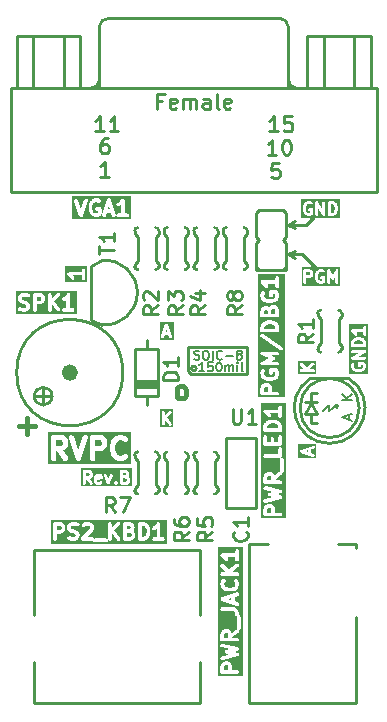
<source format=gbr>
%TF.GenerationSoftware,KiCad,Pcbnew,7.0.11-7.0.11~ubuntu22.04.1*%
%TF.CreationDate,2024-09-13T11:34:55+03:00*%
%TF.ProjectId,RVPC_Rev_B,52565043-5f52-4657-965f-422e6b696361,B*%
%TF.SameCoordinates,PX7bfa480PY7270e00*%
%TF.FileFunction,Legend,Top*%
%TF.FilePolarity,Positive*%
%FSLAX46Y46*%
G04 Gerber Fmt 4.6, Leading zero omitted, Abs format (unit mm)*
G04 Created by KiCad (PCBNEW 7.0.11-7.0.11~ubuntu22.04.1) date 2024-09-13 11:34:55*
%MOMM*%
%LPD*%
G01*
G04 APERTURE LIST*
%ADD10C,0.254000*%
%ADD11C,0.444500*%
%ADD12C,0.317500*%
%ADD13C,0.190500*%
%ADD14C,0.381000*%
%ADD15C,0.203200*%
%ADD16C,0.127000*%
%ADD17C,0.762000*%
G04 APERTURE END LIST*
D10*
X23500000Y38500000D02*
X24100000Y38200000D01*
X23500000Y36000000D02*
X24100000Y35700000D01*
X23500000Y38500000D02*
X25000000Y38500000D01*
X24700000Y36000000D02*
X25900000Y34800000D01*
X23500000Y36000000D02*
X24100000Y36300000D01*
X23500000Y36000000D02*
X24700000Y36000000D01*
X25500000Y35200000D02*
X25500000Y34900000D01*
X25000000Y38500000D02*
X25700000Y39200000D01*
X25400000Y38900000D02*
X25400000Y39100000D01*
X23500000Y38500000D02*
X24100000Y38800000D01*
D11*
G36*
X4330780Y20251385D02*
G01*
X4364443Y20217722D01*
X4409517Y20127575D01*
X4409517Y19978506D01*
X4364443Y19888359D01*
X4330780Y19854696D01*
X4240635Y19809623D01*
X3838017Y19809623D01*
X3838017Y20296457D01*
X4240635Y20296457D01*
X4330780Y20251385D01*
G37*
G36*
X7632780Y20251385D02*
G01*
X7666443Y20217722D01*
X7711517Y20127575D01*
X7711517Y19978506D01*
X7666443Y19888359D01*
X7632780Y19854696D01*
X7542635Y19809623D01*
X7140017Y19809623D01*
X7140017Y20296457D01*
X7542635Y20296457D01*
X7632780Y20251385D01*
G37*
G36*
X10187712Y18264457D02*
G01*
X3139517Y18264457D01*
X3139517Y18740707D01*
X3393517Y18740707D01*
X3412732Y18650310D01*
X3467053Y18575543D01*
X3547088Y18529335D01*
X3638998Y18519675D01*
X3726892Y18548233D01*
X3795571Y18610072D01*
X3833160Y18694499D01*
X3838017Y18740707D01*
X3838017Y19365123D01*
X3923385Y19365123D01*
X4449693Y18613255D01*
X4517274Y18550218D01*
X4604651Y18520117D01*
X4696717Y18528160D01*
X4777552Y18572953D01*
X4833181Y18646752D01*
X4853982Y18736798D01*
X4836361Y18827519D01*
X4813841Y18868159D01*
X4434750Y19409716D01*
X4561827Y19473253D01*
X4571699Y19481125D01*
X4583481Y19485647D01*
X4619589Y19514886D01*
X4704256Y19599554D01*
X4711130Y19610141D01*
X4720877Y19618156D01*
X4745886Y19657313D01*
X4830553Y19826646D01*
X4837662Y19854008D01*
X4849160Y19879832D01*
X4852412Y19910777D01*
X4853794Y19916093D01*
X4853290Y19919126D01*
X4854017Y19926040D01*
X4854017Y20180040D01*
X4848139Y20207693D01*
X4846874Y20235932D01*
X4835943Y20265066D01*
X4834802Y20270437D01*
X4832995Y20272924D01*
X4830553Y20279434D01*
X4745886Y20448767D01*
X4738017Y20458636D01*
X4733495Y20470418D01*
X4714563Y20493798D01*
X4918918Y20493798D01*
X4928922Y20448425D01*
X5521589Y18670425D01*
X5532576Y18651724D01*
X5539122Y18631046D01*
X5555726Y18612322D01*
X5568404Y18590743D01*
X5586048Y18578128D01*
X5600438Y18561900D01*
X5623221Y18551548D01*
X5643581Y18536991D01*
X5664830Y18532643D01*
X5684576Y18523671D01*
X5709600Y18523481D01*
X5734121Y18518463D01*
X5755302Y18523134D01*
X5776991Y18522969D01*
X5799932Y18532976D01*
X5824369Y18538364D01*
X5841817Y18551245D01*
X5861701Y18559917D01*
X5878587Y18578389D01*
X5898722Y18593251D01*
X5909425Y18612119D01*
X5924059Y18628125D01*
X5943279Y18670425D01*
X5966706Y18740707D01*
X6695517Y18740707D01*
X6714732Y18650310D01*
X6769053Y18575543D01*
X6849088Y18529335D01*
X6940998Y18519675D01*
X7028892Y18548233D01*
X7097571Y18610072D01*
X7135160Y18694499D01*
X7140017Y18740707D01*
X7140017Y19365123D01*
X7595100Y19365123D01*
X7622752Y19371001D01*
X7650991Y19372266D01*
X7680122Y19383196D01*
X7685497Y19384338D01*
X7687984Y19386146D01*
X7694493Y19388587D01*
X7863827Y19473253D01*
X7873699Y19481125D01*
X7885481Y19485647D01*
X7906549Y19502707D01*
X8388850Y19502707D01*
X8389686Y19498771D01*
X8388991Y19494810D01*
X8395486Y19448803D01*
X8480153Y19110136D01*
X8480613Y19109195D01*
X8480660Y19108148D01*
X8496981Y19064646D01*
X8581648Y18895314D01*
X8589516Y18885445D01*
X8594040Y18873661D01*
X8623279Y18837553D01*
X8792612Y18668219D01*
X8816322Y18652821D01*
X8837185Y18633748D01*
X8865509Y18620879D01*
X8870119Y18617885D01*
X8873156Y18617404D01*
X8879486Y18614528D01*
X9133486Y18529862D01*
X9146029Y18528448D01*
X9157559Y18523314D01*
X9203767Y18518457D01*
X9373100Y18518457D01*
X9385448Y18521082D01*
X9398008Y18519858D01*
X9443381Y18529862D01*
X9697381Y18614528D01*
X9721754Y18628848D01*
X9748146Y18638979D01*
X9772326Y18658561D01*
X9777063Y18661343D01*
X9778851Y18663844D01*
X9784254Y18668219D01*
X9868921Y18752885D01*
X9919255Y18830393D01*
X9933712Y18921672D01*
X9909793Y19010939D01*
X9851633Y19082760D01*
X9769289Y19124717D01*
X9676999Y19129553D01*
X9590721Y19096434D01*
X9554612Y19067194D01*
X9507045Y19019627D01*
X9337034Y18962957D01*
X9239833Y18962957D01*
X9069822Y19019627D01*
X8963090Y19126359D01*
X8905463Y19241613D01*
X8833350Y19530068D01*
X8833350Y19729347D01*
X8905464Y20017803D01*
X8963091Y20133056D01*
X9069820Y20239786D01*
X9239834Y20296457D01*
X9337033Y20296457D01*
X9507045Y20239786D01*
X9554612Y20192219D01*
X9632120Y20141885D01*
X9723399Y20127428D01*
X9812666Y20151347D01*
X9884487Y20209507D01*
X9926444Y20291851D01*
X9931280Y20384141D01*
X9898161Y20470419D01*
X9868921Y20506528D01*
X9784254Y20591194D01*
X9760548Y20606589D01*
X9739683Y20625665D01*
X9711351Y20638538D01*
X9706747Y20641528D01*
X9703712Y20642009D01*
X9697382Y20644885D01*
X9443382Y20729552D01*
X9430837Y20730967D01*
X9419308Y20736100D01*
X9373100Y20740957D01*
X9203767Y20740957D01*
X9191418Y20738333D01*
X9178858Y20739556D01*
X9133485Y20729552D01*
X8879485Y20644885D01*
X8855109Y20630565D01*
X8828721Y20620434D01*
X8804543Y20600855D01*
X8799803Y20598070D01*
X8798013Y20595568D01*
X8792613Y20591194D01*
X8623280Y20421861D01*
X8616405Y20411276D01*
X8606657Y20403258D01*
X8581647Y20364100D01*
X8496981Y20194766D01*
X8496717Y20193753D01*
X8496072Y20192927D01*
X8480153Y20149277D01*
X8395486Y19810611D01*
X8395343Y19806590D01*
X8393707Y19802915D01*
X8388850Y19756707D01*
X8388850Y19502707D01*
X7906549Y19502707D01*
X7921589Y19514886D01*
X8006256Y19599554D01*
X8013130Y19610141D01*
X8022877Y19618156D01*
X8047886Y19657313D01*
X8132553Y19826646D01*
X8139662Y19854008D01*
X8151160Y19879832D01*
X8154412Y19910777D01*
X8155794Y19916093D01*
X8155290Y19919126D01*
X8156017Y19926040D01*
X8156017Y20180040D01*
X8150139Y20207693D01*
X8148874Y20235932D01*
X8137943Y20265066D01*
X8136802Y20270437D01*
X8134995Y20272924D01*
X8132553Y20279434D01*
X8047886Y20448767D01*
X8040017Y20458636D01*
X8035495Y20470418D01*
X8006256Y20506526D01*
X7921589Y20591194D01*
X7911001Y20598070D01*
X7902985Y20607817D01*
X7863827Y20632827D01*
X7694493Y20717493D01*
X7667133Y20724602D01*
X7641308Y20736100D01*
X7610361Y20739353D01*
X7605046Y20740734D01*
X7602014Y20740231D01*
X7595100Y20740957D01*
X6917767Y20740957D01*
X6906246Y20738509D01*
X6894536Y20739739D01*
X6861425Y20728981D01*
X6827370Y20721742D01*
X6817843Y20714821D01*
X6806642Y20711181D01*
X6780768Y20687885D01*
X6752603Y20667421D01*
X6746714Y20657223D01*
X6737963Y20649342D01*
X6723802Y20617538D01*
X6706395Y20587386D01*
X6705163Y20575674D01*
X6700374Y20564915D01*
X6695517Y20518707D01*
X6695517Y18740707D01*
X5966706Y18740707D01*
X6535945Y20448425D01*
X6546302Y20540260D01*
X6518412Y20628368D01*
X6457096Y20697514D01*
X6372957Y20735742D01*
X6280543Y20736444D01*
X6195833Y20699497D01*
X6133475Y20631289D01*
X6114255Y20588988D01*
X5732433Y19443524D01*
X5350612Y20588989D01*
X5303797Y20668670D01*
X5228620Y20722423D01*
X5138080Y20740950D01*
X5047832Y20721050D01*
X4973479Y20666163D01*
X4927880Y20585779D01*
X4918918Y20493798D01*
X4714563Y20493798D01*
X4704256Y20506526D01*
X4619589Y20591194D01*
X4609001Y20598070D01*
X4600985Y20607817D01*
X4561827Y20632827D01*
X4392493Y20717493D01*
X4365133Y20724602D01*
X4339308Y20736100D01*
X4308361Y20739353D01*
X4303046Y20740734D01*
X4300014Y20740231D01*
X4293100Y20740957D01*
X3615767Y20740957D01*
X3604246Y20738509D01*
X3592536Y20739739D01*
X3559425Y20728981D01*
X3525370Y20721742D01*
X3515843Y20714821D01*
X3504642Y20711181D01*
X3478768Y20687885D01*
X3450603Y20667421D01*
X3444714Y20657223D01*
X3435963Y20649342D01*
X3421802Y20617538D01*
X3404395Y20587386D01*
X3403163Y20575674D01*
X3398374Y20564915D01*
X3393517Y20518707D01*
X3393517Y18740707D01*
X3139517Y18740707D01*
X3139517Y20994957D01*
X10187712Y20994957D01*
X10187712Y18264457D01*
G37*
D10*
G36*
X25195167Y19286833D02*
G01*
X24998061Y19352534D01*
X25195167Y19418236D01*
X25195167Y19286833D01*
G37*
G36*
X25883873Y18745655D02*
G01*
X24325031Y18745655D01*
X24325031Y19366053D01*
X24470174Y19366053D01*
X24475758Y19335180D01*
X24479098Y19303986D01*
X24482067Y19300298D01*
X24482911Y19295635D01*
X24504301Y19272681D01*
X24523974Y19248246D01*
X24529786Y19245334D01*
X24531697Y19243283D01*
X24536132Y19242154D01*
X24556291Y19232051D01*
X25572291Y18893384D01*
X25643804Y18890798D01*
X25705363Y18927285D01*
X25737423Y18991261D01*
X25729806Y19062415D01*
X25684930Y19118155D01*
X25652613Y19134350D01*
X25449167Y19202166D01*
X25449167Y19502903D01*
X25652613Y19570718D01*
X25711375Y19611557D01*
X25738730Y19677682D01*
X25725992Y19748100D01*
X25677207Y19800452D01*
X25607861Y19818118D01*
X25572291Y19811684D01*
X24556291Y19473017D01*
X24530524Y19455110D01*
X24503541Y19439116D01*
X24501418Y19434882D01*
X24497529Y19432178D01*
X24485537Y19403191D01*
X24471480Y19375140D01*
X24471984Y19370430D01*
X24470174Y19366053D01*
X24325031Y19366053D01*
X24325031Y19963261D01*
X25883873Y19963261D01*
X25883873Y18745655D01*
G37*
G36*
X27307834Y40244165D02*
G01*
X27368825Y40183175D01*
X27401754Y40117317D01*
X27442962Y39952485D01*
X27442962Y39838610D01*
X27401754Y39673778D01*
X27368825Y39607921D01*
X27307834Y39546930D01*
X27210686Y39514548D01*
X27116390Y39514548D01*
X27116390Y40276548D01*
X27210685Y40276548D01*
X27307834Y40244165D01*
G37*
G36*
X27842105Y39115405D02*
G01*
X24588485Y39115405D01*
X24588485Y39822976D01*
X24733628Y39822976D01*
X24734600Y39819664D01*
X24737420Y39792174D01*
X24785801Y39598650D01*
X24788053Y39594811D01*
X24795417Y39572656D01*
X24843798Y39475894D01*
X24845418Y39474152D01*
X24845925Y39471825D01*
X24867587Y39442887D01*
X24964349Y39346126D01*
X24974453Y39340609D01*
X24981675Y39331639D01*
X25013992Y39315445D01*
X25159135Y39267065D01*
X25161512Y39266980D01*
X25163515Y39265692D01*
X25199295Y39260548D01*
X25296057Y39260548D01*
X25298340Y39261219D01*
X25300647Y39260631D01*
X25336217Y39267065D01*
X25481360Y39315445D01*
X25490814Y39322016D01*
X25502065Y39324463D01*
X25531003Y39346125D01*
X25572426Y39387548D01*
X25798009Y39387548D01*
X25818170Y39318887D01*
X25872251Y39272025D01*
X25943083Y39261841D01*
X26008176Y39291568D01*
X26046865Y39351768D01*
X26052009Y39387548D01*
X26052009Y39925322D01*
X26395314Y39324539D01*
X26397778Y39322168D01*
X26398742Y39318887D01*
X26423388Y39297531D01*
X26446884Y39274927D01*
X26450237Y39274266D01*
X26452823Y39272025D01*
X26485105Y39267384D01*
X26517090Y39261071D01*
X26520270Y39262328D01*
X26523655Y39261841D01*
X26553316Y39275388D01*
X26583642Y39287371D01*
X26585637Y39290148D01*
X26588748Y39291568D01*
X26606383Y39319010D01*
X26625409Y39345477D01*
X26625586Y39348890D01*
X26627437Y39351768D01*
X26632581Y39387548D01*
X26862390Y39387548D01*
X26865002Y39378651D01*
X26863683Y39369474D01*
X26874925Y39344856D01*
X26882551Y39318887D01*
X26889558Y39312816D01*
X26893410Y39304381D01*
X26916178Y39289749D01*
X26936632Y39272025D01*
X26945808Y39270706D01*
X26953610Y39265692D01*
X26989390Y39260548D01*
X27231295Y39260548D01*
X27233578Y39261219D01*
X27235885Y39260631D01*
X27271455Y39267065D01*
X27416598Y39315445D01*
X27426052Y39322016D01*
X27437303Y39324463D01*
X27466241Y39346125D01*
X27563002Y39442887D01*
X27564142Y39444977D01*
X27566190Y39446192D01*
X27586792Y39475894D01*
X27635173Y39572656D01*
X27635961Y39577037D01*
X27644789Y39598650D01*
X27693170Y39792174D01*
X27693029Y39795625D01*
X27696962Y39822976D01*
X27696962Y39968119D01*
X27695989Y39971432D01*
X27693170Y39998921D01*
X27644789Y40192445D01*
X27642536Y40196285D01*
X27635173Y40218439D01*
X27586792Y40315201D01*
X27585171Y40316944D01*
X27584665Y40319270D01*
X27563002Y40348208D01*
X27466241Y40444970D01*
X27456135Y40450488D01*
X27448916Y40459455D01*
X27416599Y40475650D01*
X27271456Y40524031D01*
X27269077Y40524118D01*
X27267075Y40525404D01*
X27231295Y40530548D01*
X26989390Y40530548D01*
X26980492Y40527936D01*
X26971316Y40529255D01*
X26946697Y40518013D01*
X26920729Y40510387D01*
X26914657Y40503380D01*
X26906223Y40499528D01*
X26891590Y40476760D01*
X26873867Y40456306D01*
X26872547Y40447130D01*
X26867534Y40439328D01*
X26862390Y40403548D01*
X26862390Y39387548D01*
X26632581Y39387548D01*
X26632581Y40403548D01*
X26612420Y40472209D01*
X26558339Y40519071D01*
X26487507Y40529255D01*
X26422414Y40499528D01*
X26383725Y40439328D01*
X26378581Y40403548D01*
X26378581Y39865775D01*
X26035276Y40466558D01*
X26032811Y40468930D01*
X26031848Y40472209D01*
X26007206Y40493562D01*
X25983706Y40516169D01*
X25980352Y40516831D01*
X25977767Y40519071D01*
X25945484Y40523713D01*
X25913500Y40530025D01*
X25910319Y40528769D01*
X25906935Y40529255D01*
X25877273Y40515709D01*
X25846948Y40503725D01*
X25844951Y40500949D01*
X25841842Y40499528D01*
X25824214Y40472100D01*
X25805180Y40445620D01*
X25805002Y40442206D01*
X25803153Y40439328D01*
X25798009Y40403548D01*
X25798009Y39387548D01*
X25572426Y39387548D01*
X25579384Y39394506D01*
X25594446Y39422092D01*
X25611437Y39448529D01*
X25612350Y39454882D01*
X25613678Y39457313D01*
X25613353Y39461857D01*
X25616581Y39484309D01*
X25616581Y39822976D01*
X25613968Y39831874D01*
X25615288Y39841050D01*
X25604045Y39865669D01*
X25596420Y39891637D01*
X25589412Y39897709D01*
X25585561Y39906143D01*
X25562792Y39920776D01*
X25542339Y39938499D01*
X25533162Y39939819D01*
X25525361Y39944832D01*
X25489581Y39949976D01*
X25296057Y39949976D01*
X25227396Y39929815D01*
X25180534Y39875734D01*
X25170350Y39804902D01*
X25200077Y39739809D01*
X25260277Y39701120D01*
X25296057Y39695976D01*
X25362581Y39695976D01*
X25362581Y39543592D01*
X25275448Y39514548D01*
X25219904Y39514548D01*
X25122755Y39546931D01*
X25061764Y39607922D01*
X25028836Y39673778D01*
X24987628Y39838610D01*
X24987628Y39952485D01*
X25028836Y40117317D01*
X25061764Y40183174D01*
X25122754Y40244165D01*
X25219905Y40276548D01*
X25314458Y40276548D01*
X25384404Y40241575D01*
X25454832Y40228901D01*
X25520933Y40256315D01*
X25561719Y40315115D01*
X25564240Y40386630D01*
X25527698Y40448157D01*
X25497996Y40468759D01*
X25401234Y40517140D01*
X25389904Y40519179D01*
X25380218Y40525404D01*
X25344438Y40530548D01*
X25199295Y40530548D01*
X25197010Y40529878D01*
X25194704Y40530465D01*
X25159134Y40524031D01*
X25013991Y40475650D01*
X25004536Y40469080D01*
X24993287Y40466632D01*
X24964349Y40444969D01*
X24867587Y40348208D01*
X24866445Y40346119D01*
X24864400Y40344903D01*
X24843798Y40315201D01*
X24795417Y40218439D01*
X24794628Y40214059D01*
X24785801Y40192445D01*
X24737420Y39998921D01*
X24737560Y39995471D01*
X24733628Y39968119D01*
X24733628Y39822976D01*
X24588485Y39822976D01*
X24588485Y40675691D01*
X27842105Y40675691D01*
X27842105Y39115405D01*
G37*
G36*
X25317587Y34500793D02*
G01*
X25336826Y34481554D01*
X25362581Y34430044D01*
X25362581Y34344861D01*
X25336826Y34293351D01*
X25317587Y34274112D01*
X25266077Y34248357D01*
X25036009Y34248357D01*
X25036009Y34526548D01*
X25266077Y34526548D01*
X25317587Y34500793D01*
G37*
G36*
X27890486Y33365405D02*
G01*
X24636866Y33365405D01*
X24636866Y33637548D01*
X24782009Y33637548D01*
X24802170Y33568887D01*
X24856251Y33522025D01*
X24927083Y33511841D01*
X24992176Y33541568D01*
X25030865Y33601768D01*
X25036009Y33637548D01*
X25036009Y33994357D01*
X25296057Y33994357D01*
X25307102Y33997601D01*
X25318550Y33996364D01*
X25352853Y34007765D01*
X25449615Y34056146D01*
X25451357Y34057767D01*
X25453684Y34058273D01*
X25473326Y34072976D01*
X25749628Y34072976D01*
X25750600Y34069664D01*
X25753420Y34042174D01*
X25801801Y33848650D01*
X25804053Y33844811D01*
X25811417Y33822656D01*
X25859798Y33725894D01*
X25861418Y33724152D01*
X25861925Y33721825D01*
X25883587Y33692887D01*
X25980349Y33596126D01*
X25990453Y33590609D01*
X25997675Y33581639D01*
X26029992Y33565445D01*
X26175135Y33517065D01*
X26177512Y33516980D01*
X26179515Y33515692D01*
X26215295Y33510548D01*
X26312057Y33510548D01*
X26314340Y33511219D01*
X26316647Y33510631D01*
X26352217Y33517065D01*
X26497360Y33565445D01*
X26506814Y33572016D01*
X26518065Y33574463D01*
X26547003Y33596125D01*
X26588426Y33637548D01*
X26814009Y33637548D01*
X26834170Y33568887D01*
X26888251Y33522025D01*
X26959083Y33511841D01*
X27024176Y33541568D01*
X27062865Y33601768D01*
X27068009Y33637548D01*
X27068009Y34081089D01*
X27164591Y33874127D01*
X27175984Y33861195D01*
X27183015Y33845459D01*
X27199149Y33834902D01*
X27211896Y33820433D01*
X27228473Y33815714D01*
X27242895Y33806276D01*
X27262175Y33806118D01*
X27280721Y33800837D01*
X27297217Y33805829D01*
X27314452Y33805687D01*
X27330759Y33815979D01*
X27349214Y33821563D01*
X27360391Y33834680D01*
X27374969Y33843879D01*
X27394761Y33874127D01*
X27491343Y34081089D01*
X27491343Y33637548D01*
X27511504Y33568887D01*
X27565585Y33522025D01*
X27636417Y33511841D01*
X27701510Y33541568D01*
X27740199Y33601768D01*
X27745343Y33637548D01*
X27745343Y34653548D01*
X27742878Y34661942D01*
X27744194Y34670587D01*
X27732949Y34695755D01*
X27725182Y34722209D01*
X27718571Y34727938D01*
X27715004Y34735922D01*
X27691937Y34751016D01*
X27671101Y34769071D01*
X27662442Y34770316D01*
X27655124Y34775105D01*
X27627554Y34775332D01*
X27600269Y34779255D01*
X27592313Y34775623D01*
X27583567Y34775694D01*
X27560250Y34760980D01*
X27535176Y34749528D01*
X27530447Y34742171D01*
X27523050Y34737502D01*
X27503258Y34707254D01*
X27279676Y34228150D01*
X27056094Y34707254D01*
X27050312Y34713817D01*
X27047848Y34722209D01*
X27027012Y34740264D01*
X27008789Y34760948D01*
X27000377Y34763343D01*
X26993767Y34769071D01*
X26966480Y34772995D01*
X26939964Y34780544D01*
X26931591Y34778011D01*
X26922935Y34779255D01*
X26897858Y34767803D01*
X26871471Y34759818D01*
X26865798Y34753162D01*
X26857842Y34749528D01*
X26842935Y34726334D01*
X26825056Y34705353D01*
X26823882Y34696688D01*
X26819153Y34689328D01*
X26814009Y34653548D01*
X26814009Y33637548D01*
X26588426Y33637548D01*
X26595384Y33644506D01*
X26610446Y33672092D01*
X26627437Y33698529D01*
X26628350Y33704882D01*
X26629678Y33707313D01*
X26629353Y33711857D01*
X26632581Y33734309D01*
X26632581Y34072976D01*
X26629968Y34081874D01*
X26631288Y34091050D01*
X26620045Y34115669D01*
X26612420Y34141637D01*
X26605412Y34147709D01*
X26601561Y34156143D01*
X26578792Y34170776D01*
X26558339Y34188499D01*
X26549162Y34189819D01*
X26541361Y34194832D01*
X26505581Y34199976D01*
X26312057Y34199976D01*
X26243396Y34179815D01*
X26196534Y34125734D01*
X26186350Y34054902D01*
X26216077Y33989809D01*
X26276277Y33951120D01*
X26312057Y33945976D01*
X26378581Y33945976D01*
X26378581Y33793592D01*
X26291448Y33764548D01*
X26235904Y33764548D01*
X26138755Y33796931D01*
X26077764Y33857922D01*
X26044836Y33923778D01*
X26003628Y34088610D01*
X26003628Y34202485D01*
X26044836Y34367317D01*
X26077764Y34433174D01*
X26138754Y34494165D01*
X26235905Y34526548D01*
X26330458Y34526548D01*
X26400404Y34491575D01*
X26470832Y34478901D01*
X26536933Y34506315D01*
X26577719Y34565115D01*
X26580240Y34636630D01*
X26543698Y34698157D01*
X26513996Y34718759D01*
X26417234Y34767140D01*
X26405904Y34769179D01*
X26396218Y34775404D01*
X26360438Y34780548D01*
X26215295Y34780548D01*
X26213010Y34779878D01*
X26210704Y34780465D01*
X26175134Y34774031D01*
X26029991Y34725650D01*
X26020536Y34719080D01*
X26009287Y34716632D01*
X25980349Y34694969D01*
X25883587Y34598208D01*
X25882445Y34596119D01*
X25880400Y34594903D01*
X25859798Y34565201D01*
X25811417Y34468439D01*
X25810628Y34464059D01*
X25801801Y34442445D01*
X25753420Y34248921D01*
X25753560Y34245471D01*
X25749628Y34218119D01*
X25749628Y34072976D01*
X25473326Y34072976D01*
X25482622Y34079935D01*
X25531003Y34128316D01*
X25532144Y34130406D01*
X25534190Y34131621D01*
X25554792Y34161323D01*
X25603173Y34258085D01*
X25605211Y34269415D01*
X25611437Y34279101D01*
X25616581Y34314881D01*
X25616581Y34460024D01*
X25613337Y34471070D01*
X25614574Y34482517D01*
X25603173Y34516820D01*
X25554792Y34613582D01*
X25553171Y34615325D01*
X25552665Y34617651D01*
X25531003Y34646589D01*
X25482622Y34694970D01*
X25480532Y34696112D01*
X25479317Y34698157D01*
X25449615Y34718759D01*
X25352853Y34767140D01*
X25341523Y34769179D01*
X25331837Y34775404D01*
X25296057Y34780548D01*
X24909009Y34780548D01*
X24900111Y34777936D01*
X24890935Y34779255D01*
X24866316Y34768013D01*
X24840348Y34760387D01*
X24834276Y34753380D01*
X24825842Y34749528D01*
X24811209Y34726760D01*
X24793486Y34706306D01*
X24792166Y34697130D01*
X24787153Y34689328D01*
X24782009Y34653548D01*
X24782009Y33637548D01*
X24636866Y33637548D01*
X24636866Y34925691D01*
X27890486Y34925691D01*
X27890486Y33365405D01*
G37*
G36*
X13758846Y21366698D02*
G01*
X12636866Y21366698D01*
X12636866Y21637548D01*
X12782009Y21637548D01*
X12802170Y21568887D01*
X12856251Y21522025D01*
X12927083Y21511841D01*
X12992176Y21541568D01*
X13030865Y21601768D01*
X13036009Y21637548D01*
X13036009Y22020371D01*
X13040411Y22024773D01*
X13387981Y21561348D01*
X13445306Y21518516D01*
X13516688Y21513475D01*
X13579464Y21547827D01*
X13613703Y21610664D01*
X13608534Y21682038D01*
X13591181Y21713748D01*
X13221840Y22206202D01*
X13579384Y22563746D01*
X13613678Y22626552D01*
X13608574Y22697930D01*
X13565689Y22755217D01*
X13498641Y22780224D01*
X13428716Y22765014D01*
X13399779Y22743351D01*
X13036009Y22379582D01*
X13036009Y22653548D01*
X13015848Y22722209D01*
X12961767Y22769071D01*
X12890935Y22779255D01*
X12825842Y22749528D01*
X12787153Y22689328D01*
X12782009Y22653548D01*
X12782009Y21637548D01*
X12636866Y21637548D01*
X12636866Y22925367D01*
X13758846Y22925367D01*
X13758846Y21366698D01*
G37*
G36*
X13268235Y29454833D02*
G01*
X13136831Y29454833D01*
X13202533Y29651939D01*
X13268235Y29454833D01*
G37*
G36*
X13813260Y28766127D02*
G01*
X12595654Y28766127D01*
X12595654Y29006196D01*
X12740797Y29006196D01*
X12777284Y28944637D01*
X12841260Y28912576D01*
X12912414Y28920194D01*
X12968154Y28965070D01*
X12984349Y28997387D01*
X13052164Y29200833D01*
X13352902Y29200833D01*
X13420717Y28997387D01*
X13461556Y28938625D01*
X13527681Y28911270D01*
X13598099Y28924008D01*
X13650451Y28972793D01*
X13668117Y29042139D01*
X13661683Y29077709D01*
X13323016Y30093709D01*
X13305108Y30119476D01*
X13289115Y30146459D01*
X13284880Y30148582D01*
X13282177Y30152471D01*
X13253183Y30164466D01*
X13225139Y30178519D01*
X13220429Y30178015D01*
X13216052Y30179826D01*
X13185172Y30174241D01*
X13153985Y30170902D01*
X13150296Y30167933D01*
X13145634Y30167089D01*
X13122679Y30145699D01*
X13098245Y30126026D01*
X13095332Y30120214D01*
X13093282Y30118303D01*
X13092152Y30113868D01*
X13082050Y30093709D01*
X12743383Y29077709D01*
X12740797Y29006196D01*
X12595654Y29006196D01*
X12595654Y30324969D01*
X13813260Y30324969D01*
X13813260Y28766127D01*
G37*
G36*
X7539478Y17173300D02*
G01*
X7328628Y17131130D01*
X7328628Y17139758D01*
X7344669Y17171840D01*
X7376751Y17187881D01*
X7510315Y17187881D01*
X7539478Y17173300D01*
G37*
G36*
X9793977Y17010355D02*
G01*
X9806588Y16997744D01*
X9832343Y16946234D01*
X9832343Y16861051D01*
X9806588Y16809541D01*
X9787350Y16790304D01*
X9735839Y16764548D01*
X9505771Y16764548D01*
X9505771Y17042738D01*
X9696828Y17042738D01*
X9793977Y17010355D01*
G37*
G36*
X9738968Y17500793D02*
G01*
X9758207Y17481554D01*
X9783962Y17430044D01*
X9783962Y17393242D01*
X9758207Y17341732D01*
X9738968Y17322493D01*
X9687458Y17296738D01*
X9505771Y17296738D01*
X9505771Y17526548D01*
X9687458Y17526548D01*
X9738968Y17500793D01*
G37*
G36*
X6642587Y17500793D02*
G01*
X6661826Y17481554D01*
X6687581Y17430044D01*
X6687581Y17344861D01*
X6661826Y17293351D01*
X6642587Y17274112D01*
X6591077Y17248357D01*
X6361009Y17248357D01*
X6361009Y17526548D01*
X6591077Y17526548D01*
X6642587Y17500793D01*
G37*
G36*
X10231486Y16365405D02*
G01*
X5961866Y16365405D01*
X5961866Y16637548D01*
X6107009Y16637548D01*
X6127170Y16568887D01*
X6181251Y16522025D01*
X6252083Y16511841D01*
X6317176Y16541568D01*
X6355865Y16601768D01*
X6361009Y16637548D01*
X6361009Y16994357D01*
X6409791Y16994357D01*
X6710539Y16564718D01*
X6766430Y16520030D01*
X6837608Y16512653D01*
X6901476Y16544929D01*
X6937755Y16606611D01*
X6934928Y16678115D01*
X6918624Y16710377D01*
X6868005Y16782690D01*
X7074628Y16782690D01*
X7077871Y16771645D01*
X7076635Y16760197D01*
X7088036Y16725894D01*
X7136417Y16629132D01*
X7151901Y16612486D01*
X7163512Y16592937D01*
X7182038Y16580087D01*
X7185155Y16576736D01*
X7187870Y16576042D01*
X7193214Y16572335D01*
X7289976Y16523955D01*
X7301306Y16521917D01*
X7310991Y16515692D01*
X7346771Y16510548D01*
X7540295Y16510548D01*
X7551339Y16513792D01*
X7562787Y16512555D01*
X7597090Y16523955D01*
X7693852Y16572335D01*
X7746249Y16621074D01*
X7763978Y16690402D01*
X7741411Y16758311D01*
X7685712Y16803238D01*
X7614565Y16810921D01*
X7580262Y16799521D01*
X7510315Y16764548D01*
X7376751Y16764548D01*
X7344668Y16780590D01*
X7328628Y16812670D01*
X7328628Y16872099D01*
X7710344Y16948442D01*
X7739086Y16963516D01*
X7768605Y16976996D01*
X7770543Y16980013D01*
X7773718Y16981677D01*
X7789744Y17009889D01*
X7807294Y17037196D01*
X7807984Y17041998D01*
X7809064Y17043898D01*
X7808841Y17047963D01*
X7812438Y17072976D01*
X7812438Y17169738D01*
X7809194Y17180784D01*
X7810431Y17192231D01*
X7799030Y17226534D01*
X7758501Y17307592D01*
X7897313Y17307592D01*
X7904503Y17272166D01*
X8146408Y16594834D01*
X8163328Y16571560D01*
X8177470Y16546500D01*
X8184086Y16543007D01*
X8188487Y16536953D01*
X8215308Y16526520D01*
X8240750Y16513086D01*
X8248204Y16513724D01*
X8255179Y16511011D01*
X8283380Y16516735D01*
X8312049Y16519188D01*
X8317976Y16523756D01*
X8325310Y16525244D01*
X8345935Y16545301D01*
X8368732Y16562868D01*
X8373725Y16572325D01*
X8376612Y16575132D01*
X8377714Y16579881D01*
X8385610Y16594833D01*
X8421379Y16694987D01*
X8719904Y16694987D01*
X8725656Y16668543D01*
X8727587Y16641546D01*
X8733143Y16634123D01*
X8735115Y16625062D01*
X8756778Y16596125D01*
X8805159Y16547745D01*
X8813296Y16543302D01*
X8818852Y16535880D01*
X8831777Y16531060D01*
X8842203Y16522025D01*
X8855859Y16520062D01*
X8867966Y16513451D01*
X8877212Y16514113D01*
X8885900Y16510872D01*
X8899380Y16513805D01*
X8913035Y16511841D01*
X8925583Y16517572D01*
X8939344Y16518556D01*
X8946764Y16524112D01*
X8955825Y16526082D01*
X8973982Y16539675D01*
X8978128Y16541568D01*
X8979626Y16543900D01*
X8984763Y16547745D01*
X9033143Y16596124D01*
X9037587Y16604264D01*
X9045010Y16609820D01*
X9054467Y16635176D01*
X9055762Y16637548D01*
X9251771Y16637548D01*
X9254383Y16628651D01*
X9253064Y16619474D01*
X9264306Y16594856D01*
X9271932Y16568887D01*
X9278939Y16562816D01*
X9282791Y16554381D01*
X9305559Y16539749D01*
X9326013Y16522025D01*
X9335189Y16520706D01*
X9342991Y16515692D01*
X9378771Y16510548D01*
X9765819Y16510548D01*
X9776863Y16513792D01*
X9788311Y16512555D01*
X9822614Y16523955D01*
X9919376Y16572335D01*
X9921119Y16573957D01*
X9923446Y16574463D01*
X9952384Y16596125D01*
X10000765Y16644506D01*
X10001906Y16646596D01*
X10003952Y16647811D01*
X10024554Y16677513D01*
X10072935Y16774275D01*
X10074973Y16785605D01*
X10081199Y16795291D01*
X10086343Y16831071D01*
X10086343Y16976214D01*
X10083099Y16987260D01*
X10084336Y16998707D01*
X10072935Y17033010D01*
X10024554Y17129772D01*
X10022933Y17131515D01*
X10022427Y17133841D01*
X10000765Y17162779D01*
X9967026Y17196518D01*
X9976173Y17209704D01*
X10024554Y17306466D01*
X10026592Y17317796D01*
X10032818Y17327482D01*
X10037962Y17363262D01*
X10037962Y17460024D01*
X10034718Y17471070D01*
X10035955Y17482517D01*
X10024554Y17516820D01*
X9976173Y17613582D01*
X9974552Y17615325D01*
X9974046Y17617651D01*
X9952384Y17646589D01*
X9904003Y17694970D01*
X9901913Y17696112D01*
X9900698Y17698157D01*
X9870996Y17718759D01*
X9774234Y17767140D01*
X9762904Y17769179D01*
X9753218Y17775404D01*
X9717438Y17780548D01*
X9378771Y17780548D01*
X9369873Y17777936D01*
X9360697Y17779255D01*
X9336078Y17768013D01*
X9310110Y17760387D01*
X9304038Y17753380D01*
X9295604Y17749528D01*
X9280971Y17726760D01*
X9263248Y17706306D01*
X9261928Y17697130D01*
X9256915Y17689328D01*
X9251771Y17653548D01*
X9251771Y16637548D01*
X9055762Y16637548D01*
X9067439Y16658931D01*
X9066777Y16668181D01*
X9070018Y16676868D01*
X9064265Y16703313D01*
X9062335Y16730308D01*
X9056778Y16737731D01*
X9054807Y16746793D01*
X9033145Y16775731D01*
X8984764Y16824112D01*
X8976623Y16828557D01*
X8971069Y16835977D01*
X8958145Y16840798D01*
X8947719Y16849832D01*
X8934064Y16851796D01*
X8921957Y16858406D01*
X8912708Y16857745D01*
X8904021Y16860985D01*
X8890541Y16858053D01*
X8876887Y16860016D01*
X8864340Y16854287D01*
X8850579Y16853302D01*
X8843155Y16847745D01*
X8834096Y16845774D01*
X8815937Y16832182D01*
X8811794Y16830289D01*
X8810296Y16827959D01*
X8805158Y16824112D01*
X8756777Y16775731D01*
X8752332Y16767591D01*
X8744911Y16762035D01*
X8735454Y16736681D01*
X8722483Y16712924D01*
X8723144Y16703675D01*
X8719904Y16694987D01*
X8421379Y16694987D01*
X8627515Y17272166D01*
X8631622Y17343608D01*
X8596453Y17405929D01*
X8533173Y17439343D01*
X8461874Y17433241D01*
X8405191Y17389561D01*
X8388313Y17357595D01*
X8266009Y17015146D01*
X8143705Y17357596D01*
X8101626Y17415476D01*
X8034934Y17441418D01*
X7964803Y17427186D01*
X7913501Y17377297D01*
X7897313Y17307592D01*
X7758501Y17307592D01*
X7750649Y17323296D01*
X7735164Y17339943D01*
X7723555Y17359490D01*
X7705028Y17372341D01*
X7701911Y17375692D01*
X7699195Y17376387D01*
X7693853Y17380092D01*
X7597091Y17428473D01*
X7585761Y17430512D01*
X7576075Y17436737D01*
X7540295Y17441881D01*
X7346771Y17441881D01*
X7335725Y17438638D01*
X7324278Y17439874D01*
X7289975Y17428473D01*
X7193213Y17380092D01*
X7176566Y17364608D01*
X7157019Y17352998D01*
X7144168Y17334472D01*
X7140817Y17331354D01*
X7140122Y17328639D01*
X7136417Y17323296D01*
X7088036Y17226534D01*
X7085997Y17215205D01*
X7079772Y17205518D01*
X7074628Y17169738D01*
X7074628Y16782690D01*
X6868005Y16782690D01*
X6702000Y17019839D01*
X6774615Y17056146D01*
X6776357Y17057767D01*
X6778684Y17058273D01*
X6807622Y17079935D01*
X6856003Y17128316D01*
X6857144Y17130406D01*
X6859190Y17131621D01*
X6879792Y17161323D01*
X6928173Y17258085D01*
X6930211Y17269415D01*
X6936437Y17279101D01*
X6941581Y17314881D01*
X6941581Y17460024D01*
X6938337Y17471070D01*
X6939574Y17482517D01*
X6928173Y17516820D01*
X6879792Y17613582D01*
X6878171Y17615325D01*
X6877665Y17617651D01*
X6856003Y17646589D01*
X6807622Y17694970D01*
X6805532Y17696112D01*
X6804317Y17698157D01*
X6774615Y17718759D01*
X6677853Y17767140D01*
X6666523Y17769179D01*
X6656837Y17775404D01*
X6621057Y17780548D01*
X6234009Y17780548D01*
X6225111Y17777936D01*
X6215935Y17779255D01*
X6191316Y17768013D01*
X6165348Y17760387D01*
X6159276Y17753380D01*
X6150842Y17749528D01*
X6136209Y17726760D01*
X6118486Y17706306D01*
X6117166Y17697130D01*
X6112153Y17689328D01*
X6107009Y17653548D01*
X6107009Y16637548D01*
X5961866Y16637548D01*
X5961866Y17925691D01*
X10231486Y17925691D01*
X10231486Y16365405D01*
G37*
G36*
X25883302Y25886867D02*
G01*
X24324633Y25886867D01*
X24324633Y26748642D01*
X24469776Y26748642D01*
X24484987Y26678717D01*
X24506649Y26649779D01*
X24870419Y26286010D01*
X24596452Y26286010D01*
X24527791Y26265849D01*
X24480929Y26211768D01*
X24470745Y26140936D01*
X24500472Y26075843D01*
X24560672Y26037154D01*
X24596452Y26032010D01*
X25612452Y26032010D01*
X25681113Y26052171D01*
X25727975Y26106252D01*
X25738159Y26177084D01*
X25708432Y26242177D01*
X25648232Y26280866D01*
X25612452Y26286010D01*
X25229629Y26286010D01*
X25225226Y26290413D01*
X25688652Y26637982D01*
X25731484Y26695307D01*
X25736525Y26766689D01*
X25702173Y26829465D01*
X25639336Y26863704D01*
X25567962Y26858535D01*
X25536252Y26841182D01*
X25043798Y26471842D01*
X24686255Y26829385D01*
X24623448Y26863679D01*
X24552070Y26858575D01*
X24494783Y26815690D01*
X24469776Y26748642D01*
X24324633Y26748642D01*
X24324633Y27008847D01*
X25883302Y27008847D01*
X25883302Y25886867D01*
G37*
X14174318Y25362619D02*
X12904318Y25362619D01*
X12904318Y25362619D02*
X12904318Y25665000D01*
X12904318Y25665000D02*
X12964794Y25846429D01*
X12964794Y25846429D02*
X13085746Y25967381D01*
X13085746Y25967381D02*
X13206699Y26027858D01*
X13206699Y26027858D02*
X13448603Y26088334D01*
X13448603Y26088334D02*
X13630032Y26088334D01*
X13630032Y26088334D02*
X13871937Y26027858D01*
X13871937Y26027858D02*
X13992889Y25967381D01*
X13992889Y25967381D02*
X14113842Y25846429D01*
X14113842Y25846429D02*
X14174318Y25665000D01*
X14174318Y25665000D02*
X14174318Y25362619D01*
X14174318Y27297858D02*
X14174318Y26572143D01*
X14174318Y26935000D02*
X12904318Y26935000D01*
X12904318Y26935000D02*
X13085746Y26814048D01*
X13085746Y26814048D02*
X13206699Y26693096D01*
X13206699Y26693096D02*
X13267175Y26572143D01*
X7504318Y36032382D02*
X7504318Y36758096D01*
X8774318Y36395239D02*
X7504318Y36395239D01*
X8774318Y37846668D02*
X8774318Y37120953D01*
X8774318Y37483810D02*
X7504318Y37483810D01*
X7504318Y37483810D02*
X7685746Y37362858D01*
X7685746Y37362858D02*
X7806699Y37241906D01*
X7806699Y37241906D02*
X7867175Y37120953D01*
G36*
X6482747Y33678793D02*
G01*
X4596896Y33678793D01*
X4596896Y34334041D01*
X4778325Y34334041D01*
X4778768Y34333025D01*
X4778611Y34331926D01*
X4793045Y34300318D01*
X4806954Y34268457D01*
X4808041Y34267483D01*
X4808338Y34266833D01*
X4809849Y34265862D01*
X4833871Y34244330D01*
X5004835Y34130354D01*
X5102323Y34032867D01*
X5153582Y33930348D01*
X5202321Y33877951D01*
X5271650Y33860222D01*
X5339558Y33882790D01*
X5384485Y33938489D01*
X5392168Y34009636D01*
X5380767Y34043939D01*
X5320291Y34164892D01*
X5318670Y34166635D01*
X5318164Y34168961D01*
X5296501Y34197899D01*
X5271400Y34223000D01*
X6047318Y34223000D01*
X6047318Y33987143D01*
X6067479Y33918482D01*
X6121560Y33871620D01*
X6192392Y33861436D01*
X6257485Y33891163D01*
X6296174Y33951363D01*
X6301318Y33987143D01*
X6301318Y34712858D01*
X6281157Y34781519D01*
X6227076Y34828381D01*
X6156244Y34838565D01*
X6091151Y34808838D01*
X6052462Y34748638D01*
X6047318Y34712858D01*
X6047318Y34477000D01*
X4904318Y34477000D01*
X4870977Y34467211D01*
X4837462Y34457978D01*
X4836721Y34457152D01*
X4835657Y34456839D01*
X4812888Y34430563D01*
X4789698Y34404691D01*
X4789521Y34403597D01*
X4788795Y34402758D01*
X4783847Y34368349D01*
X4778325Y34334041D01*
X4596896Y34334041D01*
X4596896Y35019994D01*
X6482747Y35019994D01*
X6482747Y33678793D01*
G37*
X25574318Y29288334D02*
X24969556Y28865000D01*
X25574318Y28562619D02*
X24304318Y28562619D01*
X24304318Y28562619D02*
X24304318Y29046429D01*
X24304318Y29046429D02*
X24364794Y29167381D01*
X24364794Y29167381D02*
X24425270Y29227858D01*
X24425270Y29227858D02*
X24546222Y29288334D01*
X24546222Y29288334D02*
X24727651Y29288334D01*
X24727651Y29288334D02*
X24848603Y29227858D01*
X24848603Y29227858D02*
X24909080Y29167381D01*
X24909080Y29167381D02*
X24969556Y29046429D01*
X24969556Y29046429D02*
X24969556Y28562619D01*
X25574318Y30497858D02*
X25574318Y29772143D01*
X25574318Y30135000D02*
X24304318Y30135000D01*
X24304318Y30135000D02*
X24485746Y30014048D01*
X24485746Y30014048D02*
X24606699Y29893096D01*
X24606699Y29893096D02*
X24667175Y29772143D01*
X19574318Y31688334D02*
X18969556Y31265000D01*
X19574318Y30962619D02*
X18304318Y30962619D01*
X18304318Y30962619D02*
X18304318Y31446429D01*
X18304318Y31446429D02*
X18364794Y31567381D01*
X18364794Y31567381D02*
X18425270Y31627858D01*
X18425270Y31627858D02*
X18546222Y31688334D01*
X18546222Y31688334D02*
X18727651Y31688334D01*
X18727651Y31688334D02*
X18848603Y31627858D01*
X18848603Y31627858D02*
X18909080Y31567381D01*
X18909080Y31567381D02*
X18969556Y31446429D01*
X18969556Y31446429D02*
X18969556Y30962619D01*
X18848603Y32414048D02*
X18788127Y32293096D01*
X18788127Y32293096D02*
X18727651Y32232619D01*
X18727651Y32232619D02*
X18606699Y32172143D01*
X18606699Y32172143D02*
X18546222Y32172143D01*
X18546222Y32172143D02*
X18425270Y32232619D01*
X18425270Y32232619D02*
X18364794Y32293096D01*
X18364794Y32293096D02*
X18304318Y32414048D01*
X18304318Y32414048D02*
X18304318Y32655953D01*
X18304318Y32655953D02*
X18364794Y32776905D01*
X18364794Y32776905D02*
X18425270Y32837381D01*
X18425270Y32837381D02*
X18546222Y32897858D01*
X18546222Y32897858D02*
X18606699Y32897858D01*
X18606699Y32897858D02*
X18727651Y32837381D01*
X18727651Y32837381D02*
X18788127Y32776905D01*
X18788127Y32776905D02*
X18848603Y32655953D01*
X18848603Y32655953D02*
X18848603Y32414048D01*
X18848603Y32414048D02*
X18909080Y32293096D01*
X18909080Y32293096D02*
X18969556Y32232619D01*
X18969556Y32232619D02*
X19090508Y32172143D01*
X19090508Y32172143D02*
X19332413Y32172143D01*
X19332413Y32172143D02*
X19453365Y32232619D01*
X19453365Y32232619D02*
X19513842Y32293096D01*
X19513842Y32293096D02*
X19574318Y32414048D01*
X19574318Y32414048D02*
X19574318Y32655953D01*
X19574318Y32655953D02*
X19513842Y32776905D01*
X19513842Y32776905D02*
X19453365Y32837381D01*
X19453365Y32837381D02*
X19332413Y32897858D01*
X19332413Y32897858D02*
X19090508Y32897858D01*
X19090508Y32897858D02*
X18969556Y32837381D01*
X18969556Y32837381D02*
X18909080Y32776905D01*
X18909080Y32776905D02*
X18848603Y32655953D01*
X12474318Y31688334D02*
X11869556Y31265000D01*
X12474318Y30962619D02*
X11204318Y30962619D01*
X11204318Y30962619D02*
X11204318Y31446429D01*
X11204318Y31446429D02*
X11264794Y31567381D01*
X11264794Y31567381D02*
X11325270Y31627858D01*
X11325270Y31627858D02*
X11446222Y31688334D01*
X11446222Y31688334D02*
X11627651Y31688334D01*
X11627651Y31688334D02*
X11748603Y31627858D01*
X11748603Y31627858D02*
X11809080Y31567381D01*
X11809080Y31567381D02*
X11869556Y31446429D01*
X11869556Y31446429D02*
X11869556Y30962619D01*
X11325270Y32172143D02*
X11264794Y32232619D01*
X11264794Y32232619D02*
X11204318Y32353572D01*
X11204318Y32353572D02*
X11204318Y32655953D01*
X11204318Y32655953D02*
X11264794Y32776905D01*
X11264794Y32776905D02*
X11325270Y32837381D01*
X11325270Y32837381D02*
X11446222Y32897858D01*
X11446222Y32897858D02*
X11567175Y32897858D01*
X11567175Y32897858D02*
X11748603Y32837381D01*
X11748603Y32837381D02*
X12474318Y32111667D01*
X12474318Y32111667D02*
X12474318Y32897858D01*
D12*
G36*
X8406651Y39850591D02*
G01*
X8242396Y39850591D01*
X8324523Y40096974D01*
X8406651Y39850591D01*
G37*
G36*
X10176607Y38988805D02*
G01*
X5205663Y38988805D01*
X5205663Y40630810D01*
X5387092Y40630810D01*
X5392016Y40548783D01*
X5815348Y39278783D01*
X5832917Y39252174D01*
X5847175Y39223658D01*
X5855276Y39218309D01*
X5860626Y39210207D01*
X5889144Y39195948D01*
X5915751Y39178381D01*
X5925441Y39177800D01*
X5934126Y39173457D01*
X5965952Y39175368D01*
X5997778Y39173457D01*
X6006462Y39177800D01*
X6016153Y39178381D01*
X6042759Y39195948D01*
X6071278Y39210207D01*
X6076627Y39218309D01*
X6084729Y39223658D01*
X6098988Y39252177D01*
X6116555Y39278783D01*
X6314718Y39873270D01*
X6593392Y39873270D01*
X6598461Y39854351D01*
X6598132Y39834768D01*
X6658608Y39592863D01*
X6667114Y39577541D01*
X6670628Y39560369D01*
X6731105Y39439417D01*
X6748061Y39420295D01*
X6760841Y39398160D01*
X6881794Y39277207D01*
X6913392Y39258964D01*
X6943846Y39238856D01*
X7125275Y39178380D01*
X7150788Y39176849D01*
X7175476Y39170234D01*
X7296428Y39170234D01*
X7321115Y39176849D01*
X7346629Y39178380D01*
X7528058Y39238856D01*
X7558510Y39258963D01*
X7590111Y39277208D01*
X7610061Y39297158D01*
X7745663Y39297158D01*
X7782413Y39223658D01*
X7850989Y39178381D01*
X7933016Y39173457D01*
X8006516Y39210207D01*
X8051793Y39278783D01*
X8136562Y39533091D01*
X8512485Y39533091D01*
X8597254Y39278783D01*
X8642531Y39210206D01*
X8716031Y39173456D01*
X8798058Y39178380D01*
X8866634Y39223658D01*
X8903385Y39297158D01*
X8901475Y39328984D01*
X8951963Y39328984D01*
X8973231Y39249609D01*
X9031338Y39191502D01*
X9110713Y39170234D01*
X9473570Y39170234D01*
X9836428Y39170234D01*
X9915803Y39191502D01*
X9973910Y39249609D01*
X9995178Y39328984D01*
X9973910Y39408359D01*
X9915803Y39466466D01*
X9836428Y39487734D01*
X9632320Y39487734D01*
X9632320Y40598984D01*
X9622963Y40633905D01*
X9615875Y40669346D01*
X9612410Y40673288D01*
X9611052Y40678359D01*
X9585483Y40703928D01*
X9561628Y40731072D01*
X9556657Y40732754D01*
X9552945Y40736466D01*
X9518024Y40745823D01*
X9483787Y40757405D01*
X9478639Y40756376D01*
X9473570Y40757734D01*
X9438652Y40748379D01*
X9403207Y40741289D01*
X9399264Y40737825D01*
X9394195Y40736466D01*
X9368630Y40710902D01*
X9341482Y40687042D01*
X9229248Y40518693D01*
X9137627Y40427072D01*
X9039718Y40378118D01*
X8978234Y40323597D01*
X8952248Y40245639D01*
X8968722Y40165132D01*
X9023243Y40103648D01*
X9101201Y40077662D01*
X9181708Y40094136D01*
X9302660Y40154612D01*
X9314820Y40165395D01*
X9314820Y39487734D01*
X9110713Y39487734D01*
X9031338Y39466466D01*
X8973231Y39408359D01*
X8951963Y39328984D01*
X8901475Y39328984D01*
X8898461Y39379185D01*
X8475126Y40649185D01*
X8457559Y40675792D01*
X8443300Y40704310D01*
X8435198Y40709660D01*
X8429849Y40717761D01*
X8401330Y40732021D01*
X8374724Y40749587D01*
X8365033Y40750169D01*
X8356349Y40754511D01*
X8324523Y40752601D01*
X8292697Y40754511D01*
X8284012Y40750169D01*
X8274322Y40749587D01*
X8247715Y40732021D01*
X8219197Y40717761D01*
X8213847Y40709660D01*
X8205746Y40704310D01*
X8191488Y40675795D01*
X8173919Y40649185D01*
X7750587Y39379185D01*
X7745663Y39297158D01*
X7610061Y39297158D01*
X7650587Y39337685D01*
X7661035Y39355783D01*
X7675815Y39370562D01*
X7681224Y39390750D01*
X7691675Y39408851D01*
X7691674Y39429753D01*
X7697083Y39449937D01*
X7697083Y39873270D01*
X7675815Y39952645D01*
X7617708Y40010752D01*
X7538333Y40032020D01*
X7296428Y40032020D01*
X7217053Y40010752D01*
X7158946Y39952645D01*
X7137678Y39873270D01*
X7158946Y39793895D01*
X7217053Y39735788D01*
X7296428Y39714520D01*
X7379583Y39714520D01*
X7379583Y39524040D01*
X7270665Y39487734D01*
X7201239Y39487734D01*
X7079801Y39528213D01*
X7003563Y39604452D01*
X6962400Y39686776D01*
X6910892Y39892812D01*
X6910892Y40035157D01*
X6962401Y40241194D01*
X7003564Y40323519D01*
X7079799Y40399755D01*
X7201239Y40440234D01*
X7319428Y40440234D01*
X7406862Y40396518D01*
X7487369Y40380043D01*
X7565327Y40406029D01*
X7619847Y40467513D01*
X7636322Y40548020D01*
X7610335Y40625979D01*
X7548851Y40680499D01*
X7427899Y40740975D01*
X7392147Y40748291D01*
X7356904Y40757734D01*
X7175476Y40757734D01*
X7150788Y40751120D01*
X7125275Y40749588D01*
X6943846Y40689112D01*
X6913392Y40669005D01*
X6881794Y40650761D01*
X6760842Y40529809D01*
X6748063Y40507677D01*
X6731105Y40488552D01*
X6670628Y40367599D01*
X6667114Y40350430D01*
X6658608Y40335106D01*
X6598132Y40093202D01*
X6598461Y40073619D01*
X6593392Y40054699D01*
X6593392Y39873270D01*
X6314718Y39873270D01*
X6539890Y40548783D01*
X6544814Y40630810D01*
X6508063Y40704310D01*
X6439487Y40749588D01*
X6357460Y40754512D01*
X6283960Y40717762D01*
X6238683Y40649185D01*
X5965952Y39830995D01*
X5693222Y40649185D01*
X5647945Y40717761D01*
X5574445Y40754511D01*
X5492418Y40749587D01*
X5423842Y40704310D01*
X5387092Y40630810D01*
X5205663Y40630810D01*
X5205663Y40939163D01*
X10176607Y40939163D01*
X10176607Y38988805D01*
G37*
D10*
X12839048Y49020920D02*
X12415714Y49020920D01*
X12415714Y48355682D02*
X12415714Y49625682D01*
X12415714Y49625682D02*
X13020476Y49625682D01*
X13988095Y48416158D02*
X13867143Y48355682D01*
X13867143Y48355682D02*
X13625238Y48355682D01*
X13625238Y48355682D02*
X13504285Y48416158D01*
X13504285Y48416158D02*
X13443809Y48537111D01*
X13443809Y48537111D02*
X13443809Y49020920D01*
X13443809Y49020920D02*
X13504285Y49141873D01*
X13504285Y49141873D02*
X13625238Y49202349D01*
X13625238Y49202349D02*
X13867143Y49202349D01*
X13867143Y49202349D02*
X13988095Y49141873D01*
X13988095Y49141873D02*
X14048571Y49020920D01*
X14048571Y49020920D02*
X14048571Y48899968D01*
X14048571Y48899968D02*
X13443809Y48779016D01*
X14592856Y48355682D02*
X14592856Y49202349D01*
X14592856Y49081397D02*
X14653333Y49141873D01*
X14653333Y49141873D02*
X14774285Y49202349D01*
X14774285Y49202349D02*
X14955714Y49202349D01*
X14955714Y49202349D02*
X15076666Y49141873D01*
X15076666Y49141873D02*
X15137142Y49020920D01*
X15137142Y49020920D02*
X15137142Y48355682D01*
X15137142Y49020920D02*
X15197618Y49141873D01*
X15197618Y49141873D02*
X15318571Y49202349D01*
X15318571Y49202349D02*
X15499999Y49202349D01*
X15499999Y49202349D02*
X15620952Y49141873D01*
X15620952Y49141873D02*
X15681428Y49020920D01*
X15681428Y49020920D02*
X15681428Y48355682D01*
X16830475Y48355682D02*
X16830475Y49020920D01*
X16830475Y49020920D02*
X16769999Y49141873D01*
X16769999Y49141873D02*
X16649047Y49202349D01*
X16649047Y49202349D02*
X16407142Y49202349D01*
X16407142Y49202349D02*
X16286189Y49141873D01*
X16830475Y48416158D02*
X16709523Y48355682D01*
X16709523Y48355682D02*
X16407142Y48355682D01*
X16407142Y48355682D02*
X16286189Y48416158D01*
X16286189Y48416158D02*
X16225713Y48537111D01*
X16225713Y48537111D02*
X16225713Y48658063D01*
X16225713Y48658063D02*
X16286189Y48779016D01*
X16286189Y48779016D02*
X16407142Y48839492D01*
X16407142Y48839492D02*
X16709523Y48839492D01*
X16709523Y48839492D02*
X16830475Y48899968D01*
X17616666Y48355682D02*
X17495714Y48416158D01*
X17495714Y48416158D02*
X17435237Y48537111D01*
X17435237Y48537111D02*
X17435237Y49625682D01*
X18584285Y48416158D02*
X18463333Y48355682D01*
X18463333Y48355682D02*
X18221428Y48355682D01*
X18221428Y48355682D02*
X18100475Y48416158D01*
X18100475Y48416158D02*
X18039999Y48537111D01*
X18039999Y48537111D02*
X18039999Y49020920D01*
X18039999Y49020920D02*
X18100475Y49141873D01*
X18100475Y49141873D02*
X18221428Y49202349D01*
X18221428Y49202349D02*
X18463333Y49202349D01*
X18463333Y49202349D02*
X18584285Y49141873D01*
X18584285Y49141873D02*
X18644761Y49020920D01*
X18644761Y49020920D02*
X18644761Y48899968D01*
X18644761Y48899968D02*
X18039999Y48779016D01*
X8202904Y45842682D02*
X7960999Y45842682D01*
X7960999Y45842682D02*
X7840047Y45782206D01*
X7840047Y45782206D02*
X7779571Y45721730D01*
X7779571Y45721730D02*
X7658618Y45540301D01*
X7658618Y45540301D02*
X7598142Y45298397D01*
X7598142Y45298397D02*
X7598142Y44814587D01*
X7598142Y44814587D02*
X7658618Y44693635D01*
X7658618Y44693635D02*
X7719095Y44633158D01*
X7719095Y44633158D02*
X7840047Y44572682D01*
X7840047Y44572682D02*
X8081952Y44572682D01*
X8081952Y44572682D02*
X8202904Y44633158D01*
X8202904Y44633158D02*
X8263380Y44693635D01*
X8263380Y44693635D02*
X8323857Y44814587D01*
X8323857Y44814587D02*
X8323857Y45116968D01*
X8323857Y45116968D02*
X8263380Y45237920D01*
X8263380Y45237920D02*
X8202904Y45298397D01*
X8202904Y45298397D02*
X8081952Y45358873D01*
X8081952Y45358873D02*
X7840047Y45358873D01*
X7840047Y45358873D02*
X7719095Y45298397D01*
X7719095Y45298397D02*
X7658618Y45237920D01*
X7658618Y45237920D02*
X7598142Y45116968D01*
X8323857Y42592682D02*
X7598142Y42592682D01*
X7960999Y42592682D02*
X7960999Y43862682D01*
X7960999Y43862682D02*
X7840047Y43681254D01*
X7840047Y43681254D02*
X7719095Y43560301D01*
X7719095Y43560301D02*
X7598142Y43499825D01*
X7892095Y46425682D02*
X7166380Y46425682D01*
X7529237Y46425682D02*
X7529237Y47695682D01*
X7529237Y47695682D02*
X7408285Y47514254D01*
X7408285Y47514254D02*
X7287333Y47393301D01*
X7287333Y47393301D02*
X7166380Y47332825D01*
X9101619Y46425682D02*
X8375904Y46425682D01*
X8738761Y46425682D02*
X8738761Y47695682D01*
X8738761Y47695682D02*
X8617809Y47514254D01*
X8617809Y47514254D02*
X8496857Y47393301D01*
X8496857Y47393301D02*
X8375904Y47332825D01*
X22497095Y44445682D02*
X21771380Y44445682D01*
X22134237Y44445682D02*
X22134237Y45715682D01*
X22134237Y45715682D02*
X22013285Y45534254D01*
X22013285Y45534254D02*
X21892333Y45413301D01*
X21892333Y45413301D02*
X21771380Y45352825D01*
X23283285Y45715682D02*
X23404238Y45715682D01*
X23404238Y45715682D02*
X23525190Y45655206D01*
X23525190Y45655206D02*
X23585666Y45594730D01*
X23585666Y45594730D02*
X23646142Y45473778D01*
X23646142Y45473778D02*
X23706619Y45231873D01*
X23706619Y45231873D02*
X23706619Y44929492D01*
X23706619Y44929492D02*
X23646142Y44687587D01*
X23646142Y44687587D02*
X23585666Y44566635D01*
X23585666Y44566635D02*
X23525190Y44506158D01*
X23525190Y44506158D02*
X23404238Y44445682D01*
X23404238Y44445682D02*
X23283285Y44445682D01*
X23283285Y44445682D02*
X23162333Y44506158D01*
X23162333Y44506158D02*
X23101857Y44566635D01*
X23101857Y44566635D02*
X23041380Y44687587D01*
X23041380Y44687587D02*
X22980904Y44929492D01*
X22980904Y44929492D02*
X22980904Y45231873D01*
X22980904Y45231873D02*
X23041380Y45473778D01*
X23041380Y45473778D02*
X23101857Y45594730D01*
X23101857Y45594730D02*
X23162333Y45655206D01*
X23162333Y45655206D02*
X23283285Y45715682D01*
X22624095Y46425682D02*
X21898380Y46425682D01*
X22261237Y46425682D02*
X22261237Y47695682D01*
X22261237Y47695682D02*
X22140285Y47514254D01*
X22140285Y47514254D02*
X22019333Y47393301D01*
X22019333Y47393301D02*
X21898380Y47332825D01*
X23773142Y47695682D02*
X23168380Y47695682D01*
X23168380Y47695682D02*
X23107904Y47090920D01*
X23107904Y47090920D02*
X23168380Y47151397D01*
X23168380Y47151397D02*
X23289333Y47211873D01*
X23289333Y47211873D02*
X23591714Y47211873D01*
X23591714Y47211873D02*
X23712666Y47151397D01*
X23712666Y47151397D02*
X23773142Y47090920D01*
X23773142Y47090920D02*
X23833619Y46969968D01*
X23833619Y46969968D02*
X23833619Y46667587D01*
X23833619Y46667587D02*
X23773142Y46546635D01*
X23773142Y46546635D02*
X23712666Y46486158D01*
X23712666Y46486158D02*
X23591714Y46425682D01*
X23591714Y46425682D02*
X23289333Y46425682D01*
X23289333Y46425682D02*
X23168380Y46486158D01*
X23168380Y46486158D02*
X23107904Y46546635D01*
X22741380Y43735682D02*
X22136618Y43735682D01*
X22136618Y43735682D02*
X22076142Y43130920D01*
X22076142Y43130920D02*
X22136618Y43191397D01*
X22136618Y43191397D02*
X22257571Y43251873D01*
X22257571Y43251873D02*
X22559952Y43251873D01*
X22559952Y43251873D02*
X22680904Y43191397D01*
X22680904Y43191397D02*
X22741380Y43130920D01*
X22741380Y43130920D02*
X22801857Y43009968D01*
X22801857Y43009968D02*
X22801857Y42707587D01*
X22801857Y42707587D02*
X22741380Y42586635D01*
X22741380Y42586635D02*
X22680904Y42526158D01*
X22680904Y42526158D02*
X22559952Y42465682D01*
X22559952Y42465682D02*
X22257571Y42465682D01*
X22257571Y42465682D02*
X22136618Y42526158D01*
X22136618Y42526158D02*
X22076142Y42586635D01*
G36*
X29670582Y28702650D02*
G01*
X29736438Y28669722D01*
X29797429Y28608731D01*
X29829812Y28511583D01*
X29829812Y28417286D01*
X29067812Y28417286D01*
X29067812Y28511581D01*
X29100195Y28608731D01*
X29161185Y28669722D01*
X29227043Y28702650D01*
X29391875Y28743858D01*
X29505750Y28743858D01*
X29670582Y28702650D01*
G37*
G36*
X30228955Y25889381D02*
G01*
X28668669Y25889381D01*
X28668669Y26500191D01*
X28813812Y26500191D01*
X28814482Y26497908D01*
X28813895Y26495601D01*
X28820329Y26460030D01*
X28868710Y26314887D01*
X28875280Y26305433D01*
X28877728Y26294183D01*
X28899390Y26265245D01*
X28996152Y26168484D01*
X28998241Y26167344D01*
X28999457Y26165296D01*
X29029159Y26144694D01*
X29125921Y26096313D01*
X29130301Y26095525D01*
X29151915Y26086697D01*
X29345439Y26038316D01*
X29348889Y26038457D01*
X29376241Y26034524D01*
X29521384Y26034524D01*
X29524696Y26035497D01*
X29552186Y26038316D01*
X29745710Y26086697D01*
X29749549Y26088950D01*
X29771704Y26096313D01*
X29868466Y26144694D01*
X29870208Y26146315D01*
X29872535Y26146821D01*
X29901473Y26168483D01*
X29998234Y26265245D01*
X30003751Y26275350D01*
X30012721Y26282571D01*
X30028915Y26314888D01*
X30077295Y26460031D01*
X30077380Y26462409D01*
X30078668Y26464411D01*
X30083812Y26500191D01*
X30083812Y26596953D01*
X30083141Y26599237D01*
X30083729Y26601542D01*
X30077295Y26637113D01*
X30028915Y26782256D01*
X30022344Y26791711D01*
X30019897Y26802961D01*
X29998235Y26831899D01*
X29949854Y26880280D01*
X29922268Y26895343D01*
X29895831Y26912333D01*
X29889478Y26913247D01*
X29887047Y26914574D01*
X29882503Y26914250D01*
X29860051Y26917477D01*
X29521384Y26917477D01*
X29512486Y26914865D01*
X29503310Y26916184D01*
X29478691Y26904942D01*
X29452723Y26897316D01*
X29446651Y26890309D01*
X29438217Y26886457D01*
X29423584Y26863689D01*
X29405861Y26843235D01*
X29404541Y26834059D01*
X29399528Y26826257D01*
X29394384Y26790477D01*
X29394384Y26596953D01*
X29414545Y26528292D01*
X29468626Y26481430D01*
X29539458Y26471246D01*
X29604551Y26500973D01*
X29643240Y26561173D01*
X29648384Y26596953D01*
X29648384Y26663477D01*
X29800768Y26663477D01*
X29829812Y26576345D01*
X29829812Y26520800D01*
X29797429Y26423652D01*
X29736438Y26362661D01*
X29670582Y26329732D01*
X29505750Y26288524D01*
X29391875Y26288524D01*
X29227043Y26329732D01*
X29161185Y26362661D01*
X29100195Y26423652D01*
X29067812Y26520801D01*
X29067812Y26615354D01*
X29102785Y26685300D01*
X29115459Y26755728D01*
X29088045Y26821829D01*
X29029245Y26862615D01*
X28957730Y26865136D01*
X28896203Y26828594D01*
X28875601Y26798892D01*
X28827220Y26702130D01*
X28825181Y26690801D01*
X28818956Y26681114D01*
X28813812Y26645334D01*
X28813812Y26500191D01*
X28668669Y26500191D01*
X28668669Y27214396D01*
X28814335Y27214396D01*
X28815591Y27211216D01*
X28815105Y27207831D01*
X28828651Y27178170D01*
X28840635Y27147844D01*
X28843411Y27145848D01*
X28844832Y27142738D01*
X28872260Y27125111D01*
X28898740Y27106076D01*
X28902154Y27105899D01*
X28905032Y27104049D01*
X28940812Y27098905D01*
X29956812Y27098905D01*
X30025473Y27119066D01*
X30072335Y27173147D01*
X30082519Y27243979D01*
X30052792Y27309072D01*
X29992592Y27347761D01*
X29956812Y27352905D01*
X29419038Y27352905D01*
X30019821Y27696210D01*
X30022192Y27698675D01*
X30025473Y27699638D01*
X30046829Y27724285D01*
X30069433Y27747780D01*
X30070094Y27751134D01*
X30072335Y27753719D01*
X30076976Y27786002D01*
X30083289Y27817986D01*
X30082032Y27821167D01*
X30082519Y27824551D01*
X30068972Y27854213D01*
X30056989Y27884538D01*
X30054212Y27886534D01*
X30052792Y27889644D01*
X30025350Y27907280D01*
X29998883Y27926305D01*
X29995470Y27926483D01*
X29992592Y27928333D01*
X29956812Y27933477D01*
X28940812Y27933477D01*
X28872151Y27913316D01*
X28825289Y27859235D01*
X28815105Y27788403D01*
X28844832Y27723310D01*
X28905032Y27684621D01*
X28940812Y27679477D01*
X29478585Y27679477D01*
X28877802Y27336172D01*
X28875430Y27333708D01*
X28872151Y27332744D01*
X28850798Y27308103D01*
X28828191Y27284602D01*
X28827529Y27281249D01*
X28825289Y27278663D01*
X28820647Y27246381D01*
X28814335Y27214396D01*
X28668669Y27214396D01*
X28668669Y28290286D01*
X28813812Y28290286D01*
X28816424Y28281389D01*
X28815105Y28272212D01*
X28826347Y28247594D01*
X28833973Y28221625D01*
X28840980Y28215554D01*
X28844832Y28207119D01*
X28867600Y28192487D01*
X28888054Y28174763D01*
X28897230Y28173444D01*
X28905032Y28168430D01*
X28940812Y28163286D01*
X29956812Y28163286D01*
X29965709Y28165899D01*
X29974886Y28164579D01*
X29999504Y28175822D01*
X30025473Y28183447D01*
X30031544Y28190455D01*
X30039979Y28194306D01*
X30054611Y28217075D01*
X30072335Y28237528D01*
X30073654Y28246705D01*
X30078668Y28254506D01*
X30083812Y28290286D01*
X30083812Y28532191D01*
X30083141Y28534475D01*
X30083729Y28536780D01*
X30077295Y28572351D01*
X30028915Y28717494D01*
X30022344Y28726949D01*
X30019897Y28738199D01*
X29998234Y28767137D01*
X29901473Y28863899D01*
X29899383Y28865041D01*
X29898168Y28867086D01*
X29868466Y28887688D01*
X29771704Y28936069D01*
X29767323Y28936858D01*
X29745710Y28945685D01*
X29552186Y28994066D01*
X29548735Y28993926D01*
X29521384Y28997858D01*
X29376241Y28997858D01*
X29372928Y28996886D01*
X29345439Y28994066D01*
X29151915Y28945685D01*
X29148075Y28943433D01*
X29125921Y28936069D01*
X29029159Y28887688D01*
X29027416Y28886068D01*
X29025090Y28885561D01*
X28996152Y28863898D01*
X28899390Y28767137D01*
X28893872Y28757032D01*
X28884905Y28749812D01*
X28868710Y28717495D01*
X28820329Y28572352D01*
X28820242Y28569974D01*
X28818956Y28567971D01*
X28813812Y28532191D01*
X28813812Y28290286D01*
X28668669Y28290286D01*
X28668669Y29532232D01*
X28814819Y29532232D01*
X28815262Y29531216D01*
X28815105Y29530117D01*
X28829539Y29498509D01*
X28843448Y29466648D01*
X28844535Y29465674D01*
X28844832Y29465024D01*
X28846343Y29464053D01*
X28870365Y29442521D01*
X29005041Y29352737D01*
X29078342Y29279437D01*
X29117506Y29201109D01*
X29166244Y29148713D01*
X29235573Y29130984D01*
X29303482Y29153552D01*
X29348408Y29209251D01*
X29356091Y29280398D01*
X29344690Y29314701D01*
X29296309Y29411463D01*
X29294688Y29413206D01*
X29294182Y29415532D01*
X29289946Y29421191D01*
X29829812Y29421191D01*
X29829812Y29257905D01*
X29849973Y29189244D01*
X29904054Y29142382D01*
X29974886Y29132198D01*
X30039979Y29161925D01*
X30078668Y29222125D01*
X30083812Y29257905D01*
X30083812Y29838477D01*
X30063651Y29907138D01*
X30009570Y29954000D01*
X29938738Y29964184D01*
X29873645Y29934457D01*
X29834956Y29874257D01*
X29829812Y29838477D01*
X29829812Y29675191D01*
X28940812Y29675191D01*
X28907471Y29665402D01*
X28873956Y29656169D01*
X28873215Y29655343D01*
X28872151Y29655030D01*
X28849382Y29628754D01*
X28826192Y29602882D01*
X28826015Y29601788D01*
X28825289Y29600949D01*
X28820341Y29566540D01*
X28814819Y29532232D01*
X28668669Y29532232D01*
X28668669Y30109327D01*
X30228955Y30109327D01*
X30228955Y25889381D01*
G37*
X16474318Y31688334D02*
X15869556Y31265000D01*
X16474318Y30962619D02*
X15204318Y30962619D01*
X15204318Y30962619D02*
X15204318Y31446429D01*
X15204318Y31446429D02*
X15264794Y31567381D01*
X15264794Y31567381D02*
X15325270Y31627858D01*
X15325270Y31627858D02*
X15446222Y31688334D01*
X15446222Y31688334D02*
X15627651Y31688334D01*
X15627651Y31688334D02*
X15748603Y31627858D01*
X15748603Y31627858D02*
X15809080Y31567381D01*
X15809080Y31567381D02*
X15869556Y31446429D01*
X15869556Y31446429D02*
X15869556Y30962619D01*
X15627651Y32776905D02*
X16474318Y32776905D01*
X15143842Y32474524D02*
X16050984Y32172143D01*
X16050984Y32172143D02*
X16050984Y32958334D01*
D12*
G36*
X18361764Y1204770D02*
G01*
X18385808Y1180726D01*
X18418004Y1116334D01*
X18418004Y828750D01*
X18070266Y828750D01*
X18070266Y1116335D01*
X18102462Y1180727D01*
X18126505Y1204770D01*
X18190896Y1236965D01*
X18297374Y1236965D01*
X18361764Y1204770D01*
G37*
G36*
X18361764Y3926199D02*
G01*
X18385808Y3902155D01*
X18418004Y3837763D01*
X18418004Y3550179D01*
X18070266Y3550179D01*
X18070266Y3837764D01*
X18102462Y3902156D01*
X18126505Y3926199D01*
X18190896Y3958394D01*
X18297374Y3958394D01*
X18361764Y3926199D01*
G37*
G36*
X18659909Y6756446D02*
G01*
X18413526Y6838573D01*
X18659909Y6920701D01*
X18659909Y6756446D01*
G37*
G36*
X19642647Y329821D02*
G01*
X17571337Y329821D01*
X17571337Y670000D01*
X17752766Y670000D01*
X17774034Y590625D01*
X17832141Y532518D01*
X17911516Y511250D01*
X18576754Y511250D01*
X19181516Y511250D01*
X19260891Y532518D01*
X19318998Y590625D01*
X19340266Y670000D01*
X19318998Y749375D01*
X19260891Y807482D01*
X19181516Y828750D01*
X18735504Y828750D01*
X18735504Y1153810D01*
X18726059Y1189059D01*
X18718744Y1224806D01*
X18658268Y1345757D01*
X18641310Y1364881D01*
X18628531Y1387015D01*
X18568054Y1447492D01*
X18545921Y1460271D01*
X18526796Y1477230D01*
X18405844Y1537705D01*
X18370099Y1545020D01*
X18334849Y1554465D01*
X18153420Y1554465D01*
X18118171Y1545021D01*
X18082424Y1537705D01*
X17961473Y1477229D01*
X17942349Y1460272D01*
X17920214Y1447491D01*
X17859738Y1387014D01*
X17846960Y1364883D01*
X17830001Y1345757D01*
X17769526Y1224805D01*
X17762211Y1189061D01*
X17752766Y1153810D01*
X17752766Y670000D01*
X17571337Y670000D01*
X17571337Y1782278D01*
X17757083Y1782278D01*
X17796158Y1709988D01*
X17866143Y1666920D01*
X17948286Y1664615D01*
X19218286Y1966996D01*
X19220391Y1968135D01*
X19222787Y1968137D01*
X19256409Y1987603D01*
X19290577Y2006071D01*
X19291832Y2008111D01*
X19293904Y2009310D01*
X19313276Y2042958D01*
X19333645Y2076056D01*
X19333712Y2078452D01*
X19334906Y2080525D01*
X19334859Y2119363D01*
X19335949Y2158199D01*
X19334810Y2160305D01*
X19334808Y2162700D01*
X19315346Y2196317D01*
X19296875Y2230489D01*
X19294834Y2231745D01*
X19293635Y2233817D01*
X19259970Y2253200D01*
X19226889Y2273557D01*
X19224495Y2273625D01*
X19222420Y2274819D01*
X18890489Y2363334D01*
X19222420Y2451849D01*
X19224495Y2453044D01*
X19226889Y2453111D01*
X19259962Y2473465D01*
X19293635Y2492851D01*
X19294835Y2494925D01*
X19296874Y2496179D01*
X19315338Y2530339D01*
X19334808Y2563968D01*
X19334810Y2566364D01*
X19335949Y2568469D01*
X19334859Y2607290D01*
X19334906Y2646143D01*
X19333711Y2648219D01*
X19333644Y2650612D01*
X19313286Y2683694D01*
X19293904Y2717358D01*
X19291831Y2718558D01*
X19290576Y2720598D01*
X19256409Y2739066D01*
X19222787Y2758531D01*
X19220390Y2758534D01*
X19218285Y2759672D01*
X17948286Y3062052D01*
X17866143Y3059747D01*
X17796157Y3016679D01*
X17757083Y2944389D01*
X17759388Y2862246D01*
X17802456Y2792260D01*
X17874746Y2753186D01*
X18532723Y2596526D01*
X18233469Y2516724D01*
X18233299Y2516627D01*
X18233102Y2516626D01*
X18197672Y2496115D01*
X18162254Y2475722D01*
X18162155Y2475552D01*
X18161985Y2475453D01*
X18141592Y2440035D01*
X18121081Y2404605D01*
X18121080Y2404408D01*
X18120983Y2404238D01*
X18121031Y2363334D01*
X18120983Y2322430D01*
X18121080Y2322261D01*
X18121081Y2322063D01*
X18141592Y2286634D01*
X18161985Y2251215D01*
X18162155Y2251117D01*
X18162254Y2250946D01*
X18197672Y2230554D01*
X18233102Y2210042D01*
X18233299Y2210042D01*
X18233469Y2209944D01*
X18532724Y2130143D01*
X17874746Y1973481D01*
X17802456Y1934406D01*
X17759388Y1864421D01*
X17757083Y1782278D01*
X17571337Y1782278D01*
X17571337Y3391429D01*
X17752766Y3391429D01*
X17774034Y3312054D01*
X17832141Y3253947D01*
X17911516Y3232679D01*
X18576754Y3232679D01*
X19181516Y3232679D01*
X19260891Y3253947D01*
X19318998Y3312054D01*
X19340266Y3391429D01*
X19318998Y3470804D01*
X19260891Y3528911D01*
X19181516Y3550179D01*
X18735504Y3550179D01*
X18735504Y3611157D01*
X19272553Y3987091D01*
X19325383Y4050033D01*
X19339664Y4130958D01*
X19313373Y4203221D01*
X19381843Y4221566D01*
X19439950Y4279673D01*
X19461218Y4359048D01*
X19461218Y5326668D01*
X19439950Y5406043D01*
X19381843Y5464150D01*
X19332064Y5477488D01*
X19340266Y5508096D01*
X19340266Y5629048D01*
X19333651Y5653736D01*
X19332120Y5679249D01*
X19271644Y5860678D01*
X19251536Y5891132D01*
X19233293Y5922730D01*
X19112340Y6043683D01*
X19080738Y6061928D01*
X19050289Y6082032D01*
X18868861Y6142509D01*
X18843347Y6144041D01*
X18818659Y6150656D01*
X17911516Y6150656D01*
X17832141Y6129388D01*
X17774034Y6071281D01*
X17752766Y5991906D01*
X17774034Y5912531D01*
X17832141Y5854424D01*
X17911516Y5833156D01*
X18792898Y5833156D01*
X18914332Y5792678D01*
X18982287Y5724723D01*
X19022766Y5603286D01*
X19022766Y5508096D01*
X19044034Y5428721D01*
X19102141Y5370614D01*
X19151919Y5357277D01*
X19143718Y5326668D01*
X19143718Y4359048D01*
X19164986Y4279673D01*
X19169723Y4274936D01*
X19167701Y4275292D01*
X19090478Y4247197D01*
X18703652Y3976419D01*
X18658268Y4067186D01*
X18641310Y4086310D01*
X18628531Y4108444D01*
X18568054Y4168921D01*
X18545921Y4181700D01*
X18526796Y4198659D01*
X18405844Y4259134D01*
X18370099Y4266449D01*
X18334849Y4275894D01*
X18153420Y4275894D01*
X18118171Y4266450D01*
X18082424Y4259134D01*
X17961473Y4198658D01*
X17942349Y4181701D01*
X17920214Y4168920D01*
X17859738Y4108443D01*
X17846960Y4086312D01*
X17830001Y4067186D01*
X17769526Y3946234D01*
X17762211Y3910490D01*
X17752766Y3875239D01*
X17752766Y3391429D01*
X17571337Y3391429D01*
X17571337Y6806746D01*
X17755989Y6806746D01*
X17760331Y6798062D01*
X17760913Y6788371D01*
X17778479Y6761765D01*
X17792739Y6733246D01*
X17800840Y6727897D01*
X17806190Y6719795D01*
X17834708Y6705536D01*
X17861315Y6687969D01*
X19131314Y6264636D01*
X19213342Y6259712D01*
X19286842Y6296462D01*
X19332119Y6365038D01*
X19337043Y6447065D01*
X19300293Y6520565D01*
X19231717Y6565843D01*
X18977409Y6650613D01*
X18977409Y7026534D01*
X19231717Y7111303D01*
X19300294Y7156580D01*
X19337044Y7230080D01*
X19332120Y7312107D01*
X19286842Y7380683D01*
X19213342Y7417434D01*
X19131315Y7412510D01*
X17861315Y6989175D01*
X17834708Y6971609D01*
X17806190Y6957349D01*
X17800840Y6949248D01*
X17792739Y6943898D01*
X17778479Y6915380D01*
X17760913Y6888773D01*
X17760331Y6879083D01*
X17755989Y6870398D01*
X17757899Y6838572D01*
X17755989Y6806746D01*
X17571337Y6806746D01*
X17571337Y8048096D01*
X17752766Y8048096D01*
X17759380Y8023409D01*
X17760912Y7997895D01*
X17821388Y7816466D01*
X17841495Y7786013D01*
X17859739Y7754414D01*
X17980691Y7633462D01*
X18002823Y7620684D01*
X18021948Y7603725D01*
X18142902Y7543248D01*
X18160070Y7539735D01*
X18175394Y7531228D01*
X18417299Y7470752D01*
X18436881Y7471082D01*
X18455801Y7466012D01*
X18637230Y7466012D01*
X18656149Y7471082D01*
X18675732Y7470752D01*
X18917637Y7531228D01*
X18932959Y7539735D01*
X18950131Y7543248D01*
X19071083Y7603725D01*
X19090205Y7620682D01*
X19112340Y7633461D01*
X19233293Y7754414D01*
X19251536Y7786013D01*
X19271644Y7816466D01*
X19332120Y7997895D01*
X19333651Y8023409D01*
X19340266Y8048096D01*
X19340266Y8169048D01*
X19333651Y8193736D01*
X19332120Y8219249D01*
X19271644Y8400678D01*
X19251537Y8431131D01*
X19233292Y8462731D01*
X19172815Y8523207D01*
X19101650Y8564294D01*
X19019474Y8564294D01*
X18948309Y8523205D01*
X18907222Y8452040D01*
X18907222Y8369864D01*
X18948311Y8298699D01*
X18982286Y8264724D01*
X19022766Y8143286D01*
X19022766Y8073859D01*
X18982287Y7952422D01*
X18906048Y7876184D01*
X18823724Y7835021D01*
X18617688Y7783512D01*
X18475344Y7783512D01*
X18269306Y7835022D01*
X18186980Y7876185D01*
X18110745Y7952420D01*
X18070266Y8073859D01*
X18070266Y8143286D01*
X18110745Y8264725D01*
X18144721Y8298700D01*
X18185809Y8369865D01*
X18185809Y8452041D01*
X18144721Y8523206D01*
X18073556Y8564294D01*
X17991380Y8564294D01*
X17920215Y8523206D01*
X17859739Y8462730D01*
X17841495Y8431132D01*
X17821388Y8400678D01*
X17760912Y8219249D01*
X17759380Y8193736D01*
X17752766Y8169048D01*
X17752766Y8048096D01*
X17571337Y8048096D01*
X17571337Y8955238D01*
X17752766Y8955238D01*
X17774034Y8875863D01*
X17832141Y8817756D01*
X17911516Y8796488D01*
X19181516Y8796488D01*
X19260891Y8817756D01*
X19318998Y8875863D01*
X19340266Y8955238D01*
X19318998Y9034613D01*
X19260891Y9092720D01*
X19181516Y9113988D01*
X18702986Y9113988D01*
X18697483Y9119492D01*
X19276766Y9553953D01*
X19327506Y9618593D01*
X19339127Y9699942D01*
X19308516Y9776203D01*
X19243877Y9826942D01*
X19162527Y9838564D01*
X19086266Y9807953D01*
X18470697Y9346277D01*
X18023769Y9793206D01*
X17952604Y9834294D01*
X17870428Y9834294D01*
X17799263Y9793206D01*
X17758175Y9722041D01*
X17758175Y9639865D01*
X17799263Y9568700D01*
X18253974Y9113988D01*
X17911516Y9113988D01*
X17832141Y9092720D01*
X17774034Y9034613D01*
X17752766Y8955238D01*
X17571337Y8955238D01*
X17571337Y10527619D01*
X17752766Y10527619D01*
X17762121Y10492702D01*
X17769211Y10457256D01*
X17772675Y10453314D01*
X17774034Y10448244D01*
X17799594Y10422684D01*
X17823457Y10395531D01*
X17991805Y10283299D01*
X18083427Y10191678D01*
X18132382Y10093768D01*
X18186902Y10032284D01*
X18264861Y10006297D01*
X18345368Y10022772D01*
X18406852Y10077292D01*
X18432838Y10155250D01*
X18416363Y10235757D01*
X18355888Y10356710D01*
X18345106Y10368869D01*
X19022766Y10368869D01*
X19022766Y10164762D01*
X19044034Y10085387D01*
X19102141Y10027280D01*
X19181516Y10006012D01*
X19260891Y10027280D01*
X19318998Y10085387D01*
X19340266Y10164762D01*
X19340266Y10890477D01*
X19318998Y10969852D01*
X19260891Y11027959D01*
X19181516Y11049227D01*
X19102141Y11027959D01*
X19044034Y10969852D01*
X19022766Y10890477D01*
X19022766Y10686369D01*
X17911516Y10686369D01*
X17876598Y10677014D01*
X17841153Y10669924D01*
X17837210Y10666460D01*
X17832141Y10665101D01*
X17806580Y10639541D01*
X17779428Y10615678D01*
X17777746Y10610707D01*
X17774034Y10606994D01*
X17764677Y10572076D01*
X17753095Y10537836D01*
X17754124Y10532689D01*
X17752766Y10527619D01*
X17571337Y10527619D01*
X17571337Y11230656D01*
X19642647Y11230656D01*
X19642647Y329821D01*
G37*
D10*
X14574318Y31688334D02*
X13969556Y31265000D01*
X14574318Y30962619D02*
X13304318Y30962619D01*
X13304318Y30962619D02*
X13304318Y31446429D01*
X13304318Y31446429D02*
X13364794Y31567381D01*
X13364794Y31567381D02*
X13425270Y31627858D01*
X13425270Y31627858D02*
X13546222Y31688334D01*
X13546222Y31688334D02*
X13727651Y31688334D01*
X13727651Y31688334D02*
X13848603Y31627858D01*
X13848603Y31627858D02*
X13909080Y31567381D01*
X13909080Y31567381D02*
X13969556Y31446429D01*
X13969556Y31446429D02*
X13969556Y30962619D01*
X13304318Y32111667D02*
X13304318Y32897858D01*
X13304318Y32897858D02*
X13788127Y32474524D01*
X13788127Y32474524D02*
X13788127Y32655953D01*
X13788127Y32655953D02*
X13848603Y32776905D01*
X13848603Y32776905D02*
X13909080Y32837381D01*
X13909080Y32837381D02*
X14030032Y32897858D01*
X14030032Y32897858D02*
X14332413Y32897858D01*
X14332413Y32897858D02*
X14453365Y32837381D01*
X14453365Y32837381D02*
X14513842Y32776905D01*
X14513842Y32776905D02*
X14574318Y32655953D01*
X14574318Y32655953D02*
X14574318Y32293096D01*
X14574318Y32293096D02*
X14513842Y32172143D01*
X14513842Y32172143D02*
X14453365Y32111667D01*
X19953365Y12538334D02*
X20013842Y12477858D01*
X20013842Y12477858D02*
X20074318Y12296429D01*
X20074318Y12296429D02*
X20074318Y12175477D01*
X20074318Y12175477D02*
X20013842Y11994048D01*
X20013842Y11994048D02*
X19892889Y11873096D01*
X19892889Y11873096D02*
X19771937Y11812619D01*
X19771937Y11812619D02*
X19530032Y11752143D01*
X19530032Y11752143D02*
X19348603Y11752143D01*
X19348603Y11752143D02*
X19106699Y11812619D01*
X19106699Y11812619D02*
X18985746Y11873096D01*
X18985746Y11873096D02*
X18864794Y11994048D01*
X18864794Y11994048D02*
X18804318Y12175477D01*
X18804318Y12175477D02*
X18804318Y12296429D01*
X18804318Y12296429D02*
X18864794Y12477858D01*
X18864794Y12477858D02*
X18925270Y12538334D01*
X20074318Y13747858D02*
X20074318Y13022143D01*
X20074318Y13385000D02*
X18804318Y13385000D01*
X18804318Y13385000D02*
X18985746Y13264048D01*
X18985746Y13264048D02*
X19106699Y13143096D01*
X19106699Y13143096D02*
X19167175Y13022143D01*
X17074318Y12538334D02*
X16469556Y12115000D01*
X17074318Y11812619D02*
X15804318Y11812619D01*
X15804318Y11812619D02*
X15804318Y12296429D01*
X15804318Y12296429D02*
X15864794Y12417381D01*
X15864794Y12417381D02*
X15925270Y12477858D01*
X15925270Y12477858D02*
X16046222Y12538334D01*
X16046222Y12538334D02*
X16227651Y12538334D01*
X16227651Y12538334D02*
X16348603Y12477858D01*
X16348603Y12477858D02*
X16409080Y12417381D01*
X16409080Y12417381D02*
X16469556Y12296429D01*
X16469556Y12296429D02*
X16469556Y11812619D01*
X15804318Y13687381D02*
X15804318Y13082619D01*
X15804318Y13082619D02*
X16409080Y13022143D01*
X16409080Y13022143D02*
X16348603Y13082619D01*
X16348603Y13082619D02*
X16288127Y13203572D01*
X16288127Y13203572D02*
X16288127Y13505953D01*
X16288127Y13505953D02*
X16348603Y13626905D01*
X16348603Y13626905D02*
X16409080Y13687381D01*
X16409080Y13687381D02*
X16530032Y13747858D01*
X16530032Y13747858D02*
X16832413Y13747858D01*
X16832413Y13747858D02*
X16953365Y13687381D01*
X16953365Y13687381D02*
X17013842Y13626905D01*
X17013842Y13626905D02*
X17074318Y13505953D01*
X17074318Y13505953D02*
X17074318Y13203572D01*
X17074318Y13203572D02*
X17013842Y13082619D01*
X17013842Y13082619D02*
X16953365Y13022143D01*
X18782380Y22945682D02*
X18782380Y21917587D01*
X18782380Y21917587D02*
X18842857Y21796635D01*
X18842857Y21796635D02*
X18903333Y21736158D01*
X18903333Y21736158D02*
X19024285Y21675682D01*
X19024285Y21675682D02*
X19266190Y21675682D01*
X19266190Y21675682D02*
X19387142Y21736158D01*
X19387142Y21736158D02*
X19447619Y21796635D01*
X19447619Y21796635D02*
X19508095Y21917587D01*
X19508095Y21917587D02*
X19508095Y22945682D01*
X20778095Y21675682D02*
X20052380Y21675682D01*
X20415237Y21675682D02*
X20415237Y22945682D01*
X20415237Y22945682D02*
X20294285Y22764254D01*
X20294285Y22764254D02*
X20173333Y22643301D01*
X20173333Y22643301D02*
X20052380Y22582825D01*
D13*
X15536142Y27143676D02*
X15645000Y27107391D01*
X15645000Y27107391D02*
X15826428Y27107391D01*
X15826428Y27107391D02*
X15899000Y27143676D01*
X15899000Y27143676D02*
X15935285Y27179962D01*
X15935285Y27179962D02*
X15971571Y27252534D01*
X15971571Y27252534D02*
X15971571Y27325105D01*
X15971571Y27325105D02*
X15935285Y27397676D01*
X15935285Y27397676D02*
X15899000Y27433962D01*
X15899000Y27433962D02*
X15826428Y27470248D01*
X15826428Y27470248D02*
X15681285Y27506534D01*
X15681285Y27506534D02*
X15608714Y27542819D01*
X15608714Y27542819D02*
X15572428Y27579105D01*
X15572428Y27579105D02*
X15536142Y27651676D01*
X15536142Y27651676D02*
X15536142Y27724248D01*
X15536142Y27724248D02*
X15572428Y27796819D01*
X15572428Y27796819D02*
X15608714Y27833105D01*
X15608714Y27833105D02*
X15681285Y27869391D01*
X15681285Y27869391D02*
X15862714Y27869391D01*
X15862714Y27869391D02*
X15971571Y27833105D01*
X16443285Y27869391D02*
X16588428Y27869391D01*
X16588428Y27869391D02*
X16660999Y27833105D01*
X16660999Y27833105D02*
X16733571Y27760534D01*
X16733571Y27760534D02*
X16769856Y27615391D01*
X16769856Y27615391D02*
X16769856Y27361391D01*
X16769856Y27361391D02*
X16733571Y27216248D01*
X16733571Y27216248D02*
X16660999Y27143676D01*
X16660999Y27143676D02*
X16588428Y27107391D01*
X16588428Y27107391D02*
X16443285Y27107391D01*
X16443285Y27107391D02*
X16370714Y27143676D01*
X16370714Y27143676D02*
X16298142Y27216248D01*
X16298142Y27216248D02*
X16261856Y27361391D01*
X16261856Y27361391D02*
X16261856Y27615391D01*
X16261856Y27615391D02*
X16298142Y27760534D01*
X16298142Y27760534D02*
X16370714Y27833105D01*
X16370714Y27833105D02*
X16443285Y27869391D01*
X17096428Y27107391D02*
X17096428Y27869391D01*
X17894714Y27179962D02*
X17858428Y27143676D01*
X17858428Y27143676D02*
X17749571Y27107391D01*
X17749571Y27107391D02*
X17676999Y27107391D01*
X17676999Y27107391D02*
X17568142Y27143676D01*
X17568142Y27143676D02*
X17495571Y27216248D01*
X17495571Y27216248D02*
X17459285Y27288819D01*
X17459285Y27288819D02*
X17422999Y27433962D01*
X17422999Y27433962D02*
X17422999Y27542819D01*
X17422999Y27542819D02*
X17459285Y27687962D01*
X17459285Y27687962D02*
X17495571Y27760534D01*
X17495571Y27760534D02*
X17568142Y27833105D01*
X17568142Y27833105D02*
X17676999Y27869391D01*
X17676999Y27869391D02*
X17749571Y27869391D01*
X17749571Y27869391D02*
X17858428Y27833105D01*
X17858428Y27833105D02*
X17894714Y27796819D01*
X18221285Y27397676D02*
X18801857Y27397676D01*
X19273571Y27542819D02*
X19201000Y27579105D01*
X19201000Y27579105D02*
X19164714Y27615391D01*
X19164714Y27615391D02*
X19128428Y27687962D01*
X19128428Y27687962D02*
X19128428Y27724248D01*
X19128428Y27724248D02*
X19164714Y27796819D01*
X19164714Y27796819D02*
X19201000Y27833105D01*
X19201000Y27833105D02*
X19273571Y27869391D01*
X19273571Y27869391D02*
X19418714Y27869391D01*
X19418714Y27869391D02*
X19491286Y27833105D01*
X19491286Y27833105D02*
X19527571Y27796819D01*
X19527571Y27796819D02*
X19563857Y27724248D01*
X19563857Y27724248D02*
X19563857Y27687962D01*
X19563857Y27687962D02*
X19527571Y27615391D01*
X19527571Y27615391D02*
X19491286Y27579105D01*
X19491286Y27579105D02*
X19418714Y27542819D01*
X19418714Y27542819D02*
X19273571Y27542819D01*
X19273571Y27542819D02*
X19201000Y27506534D01*
X19201000Y27506534D02*
X19164714Y27470248D01*
X19164714Y27470248D02*
X19128428Y27397676D01*
X19128428Y27397676D02*
X19128428Y27252534D01*
X19128428Y27252534D02*
X19164714Y27179962D01*
X19164714Y27179962D02*
X19201000Y27143676D01*
X19201000Y27143676D02*
X19273571Y27107391D01*
X19273571Y27107391D02*
X19418714Y27107391D01*
X19418714Y27107391D02*
X19491286Y27143676D01*
X19491286Y27143676D02*
X19527571Y27179962D01*
X19527571Y27179962D02*
X19563857Y27252534D01*
X19563857Y27252534D02*
X19563857Y27397676D01*
X19563857Y27397676D02*
X19527571Y27470248D01*
X19527571Y27470248D02*
X19491286Y27506534D01*
X19491286Y27506534D02*
X19418714Y27542819D01*
D14*
X14331228Y23806321D02*
X14186085Y23878892D01*
X14186085Y23878892D02*
X14113514Y23951464D01*
X14113514Y23951464D02*
X14040942Y24096607D01*
X14040942Y24096607D02*
X14040942Y24532035D01*
X14040942Y24532035D02*
X14113514Y24677178D01*
X14113514Y24677178D02*
X14186085Y24749750D01*
X14186085Y24749750D02*
X14331228Y24822321D01*
X14331228Y24822321D02*
X14548942Y24822321D01*
X14548942Y24822321D02*
X14694085Y24749750D01*
X14694085Y24749750D02*
X14766657Y24677178D01*
X14766657Y24677178D02*
X14839228Y24532035D01*
X14839228Y24532035D02*
X14839228Y24096607D01*
X14839228Y24096607D02*
X14766657Y23951464D01*
X14766657Y23951464D02*
X14694085Y23878892D01*
X14694085Y23878892D02*
X14548942Y23806321D01*
X14548942Y23806321D02*
X14331228Y23806321D01*
D13*
X16403000Y26107391D02*
X15967571Y26107391D01*
X16185286Y26107391D02*
X16185286Y26869391D01*
X16185286Y26869391D02*
X16112714Y26760534D01*
X16112714Y26760534D02*
X16040143Y26687962D01*
X16040143Y26687962D02*
X15967571Y26651676D01*
X17092428Y26869391D02*
X16729571Y26869391D01*
X16729571Y26869391D02*
X16693285Y26506534D01*
X16693285Y26506534D02*
X16729571Y26542819D01*
X16729571Y26542819D02*
X16802143Y26579105D01*
X16802143Y26579105D02*
X16983571Y26579105D01*
X16983571Y26579105D02*
X17056143Y26542819D01*
X17056143Y26542819D02*
X17092428Y26506534D01*
X17092428Y26506534D02*
X17128714Y26433962D01*
X17128714Y26433962D02*
X17128714Y26252534D01*
X17128714Y26252534D02*
X17092428Y26179962D01*
X17092428Y26179962D02*
X17056143Y26143676D01*
X17056143Y26143676D02*
X16983571Y26107391D01*
X16983571Y26107391D02*
X16802143Y26107391D01*
X16802143Y26107391D02*
X16729571Y26143676D01*
X16729571Y26143676D02*
X16693285Y26179962D01*
X17600428Y26869391D02*
X17672999Y26869391D01*
X17672999Y26869391D02*
X17745571Y26833105D01*
X17745571Y26833105D02*
X17781857Y26796819D01*
X17781857Y26796819D02*
X17818142Y26724248D01*
X17818142Y26724248D02*
X17854428Y26579105D01*
X17854428Y26579105D02*
X17854428Y26397676D01*
X17854428Y26397676D02*
X17818142Y26252534D01*
X17818142Y26252534D02*
X17781857Y26179962D01*
X17781857Y26179962D02*
X17745571Y26143676D01*
X17745571Y26143676D02*
X17672999Y26107391D01*
X17672999Y26107391D02*
X17600428Y26107391D01*
X17600428Y26107391D02*
X17527857Y26143676D01*
X17527857Y26143676D02*
X17491571Y26179962D01*
X17491571Y26179962D02*
X17455285Y26252534D01*
X17455285Y26252534D02*
X17418999Y26397676D01*
X17418999Y26397676D02*
X17418999Y26579105D01*
X17418999Y26579105D02*
X17455285Y26724248D01*
X17455285Y26724248D02*
X17491571Y26796819D01*
X17491571Y26796819D02*
X17527857Y26833105D01*
X17527857Y26833105D02*
X17600428Y26869391D01*
X18180999Y26107391D02*
X18180999Y26615391D01*
X18180999Y26542819D02*
X18217285Y26579105D01*
X18217285Y26579105D02*
X18289856Y26615391D01*
X18289856Y26615391D02*
X18398713Y26615391D01*
X18398713Y26615391D02*
X18471285Y26579105D01*
X18471285Y26579105D02*
X18507571Y26506534D01*
X18507571Y26506534D02*
X18507571Y26107391D01*
X18507571Y26506534D02*
X18543856Y26579105D01*
X18543856Y26579105D02*
X18616428Y26615391D01*
X18616428Y26615391D02*
X18725285Y26615391D01*
X18725285Y26615391D02*
X18797856Y26579105D01*
X18797856Y26579105D02*
X18834142Y26506534D01*
X18834142Y26506534D02*
X18834142Y26107391D01*
X19196999Y26107391D02*
X19196999Y26615391D01*
X19196999Y26869391D02*
X19160713Y26833105D01*
X19160713Y26833105D02*
X19196999Y26796819D01*
X19196999Y26796819D02*
X19233285Y26833105D01*
X19233285Y26833105D02*
X19196999Y26869391D01*
X19196999Y26869391D02*
X19196999Y26796819D01*
X19668713Y26107391D02*
X19596142Y26143676D01*
X19596142Y26143676D02*
X19559856Y26216248D01*
X19559856Y26216248D02*
X19559856Y26869391D01*
D10*
X8788333Y14175682D02*
X8364999Y14780444D01*
X8062618Y14175682D02*
X8062618Y15445682D01*
X8062618Y15445682D02*
X8546428Y15445682D01*
X8546428Y15445682D02*
X8667380Y15385206D01*
X8667380Y15385206D02*
X8727857Y15324730D01*
X8727857Y15324730D02*
X8788333Y15203778D01*
X8788333Y15203778D02*
X8788333Y15022349D01*
X8788333Y15022349D02*
X8727857Y14901397D01*
X8727857Y14901397D02*
X8667380Y14840920D01*
X8667380Y14840920D02*
X8546428Y14780444D01*
X8546428Y14780444D02*
X8062618Y14780444D01*
X9211666Y15445682D02*
X10058333Y15445682D01*
X10058333Y15445682D02*
X9514047Y14175682D01*
D12*
G36*
X4245011Y13008038D02*
G01*
X4269054Y12983995D01*
X4301250Y12919604D01*
X4301250Y12813128D01*
X4269054Y12748736D01*
X4245010Y12724692D01*
X4180620Y12692496D01*
X3893035Y12692496D01*
X3893035Y13040234D01*
X4180620Y13040234D01*
X4245011Y13008038D01*
G37*
G36*
X10179961Y12394993D02*
G01*
X10195721Y12379233D01*
X10227917Y12314842D01*
X10227917Y12208366D01*
X10195721Y12143974D01*
X10171677Y12119930D01*
X10107287Y12087734D01*
X9819702Y12087734D01*
X9819702Y12435472D01*
X10058526Y12435472D01*
X10179961Y12394993D01*
G37*
G36*
X10111201Y13008039D02*
G01*
X10135244Y12983996D01*
X10167441Y12919604D01*
X10167441Y12873604D01*
X10135244Y12809212D01*
X10111201Y12785169D01*
X10046809Y12752972D01*
X9819702Y12752972D01*
X9819702Y13040234D01*
X10046811Y13040234D01*
X10111201Y13008039D01*
G37*
G36*
X11329009Y12999755D02*
G01*
X11405244Y12923520D01*
X11446407Y12841194D01*
X11497917Y12635156D01*
X11497917Y12492812D01*
X11446408Y12286776D01*
X11405244Y12204450D01*
X11329008Y12128214D01*
X11207570Y12087734D01*
X11089702Y12087734D01*
X11089702Y13040234D01*
X11207570Y13040234D01*
X11329009Y12999755D01*
G37*
G36*
X13206370Y11467853D02*
G01*
X3394106Y11467853D01*
X3394106Y11928984D01*
X3575535Y11928984D01*
X3596803Y11849609D01*
X3654910Y11791502D01*
X3734285Y11770234D01*
X3813660Y11791502D01*
X3871767Y11849609D01*
X3893035Y11928984D01*
X3893035Y12374996D01*
X4218095Y12374996D01*
X4253345Y12384442D01*
X4289090Y12391756D01*
X4410042Y12452231D01*
X4429167Y12469191D01*
X4451300Y12481969D01*
X4511777Y12542446D01*
X4524556Y12564581D01*
X4541514Y12583704D01*
X4601990Y12704655D01*
X4609305Y12740403D01*
X4618750Y12775651D01*
X4618750Y12836127D01*
X4785059Y12836127D01*
X4794504Y12800877D01*
X4801819Y12765132D01*
X4862294Y12644180D01*
X4879253Y12625055D01*
X4892033Y12602921D01*
X4952510Y12542445D01*
X4974642Y12529667D01*
X4993766Y12512709D01*
X5114718Y12452232D01*
X5131889Y12448719D01*
X5147212Y12440212D01*
X5372210Y12383963D01*
X5454534Y12342801D01*
X5478577Y12318758D01*
X5510774Y12254365D01*
X5510774Y12208366D01*
X5478577Y12143973D01*
X5454534Y12119930D01*
X5390144Y12087734D01*
X5151001Y12087734D01*
X4994010Y12140064D01*
X4911983Y12144987D01*
X4838483Y12108237D01*
X4793205Y12039661D01*
X4788282Y11957634D01*
X4825032Y11884134D01*
X4893608Y11838856D01*
X5075037Y11778380D01*
X5100550Y11776849D01*
X5125238Y11770234D01*
X5427619Y11770234D01*
X5462869Y11779680D01*
X5498614Y11786994D01*
X5619566Y11847469D01*
X5638691Y11864429D01*
X5660825Y11877208D01*
X5712600Y11928984D01*
X5934107Y11928984D01*
X5939516Y11908797D01*
X5939516Y11887896D01*
X5949965Y11869797D01*
X5955375Y11849609D01*
X5970154Y11834830D01*
X5980604Y11816731D01*
X5998702Y11806282D01*
X6013482Y11791502D01*
X6033669Y11786093D01*
X6051769Y11775643D01*
X6072670Y11775643D01*
X6092857Y11770234D01*
X6879048Y11770234D01*
X6958423Y11791502D01*
X6964897Y11797977D01*
X6983471Y11728657D01*
X7041578Y11670550D01*
X7120953Y11649282D01*
X8088572Y11649282D01*
X8167947Y11670550D01*
X8226054Y11728657D01*
X8247322Y11808032D01*
X8226054Y11887407D01*
X8184477Y11928984D01*
X8232202Y11928984D01*
X8253470Y11849609D01*
X8311577Y11791502D01*
X8390952Y11770234D01*
X8470327Y11791502D01*
X8528434Y11849609D01*
X8549702Y11928984D01*
X8549702Y12407514D01*
X8555205Y12413017D01*
X8989667Y11833734D01*
X9054307Y11782994D01*
X9135656Y11771373D01*
X9211917Y11801984D01*
X9262656Y11866623D01*
X9271565Y11928984D01*
X9502202Y11928984D01*
X9523470Y11849609D01*
X9581577Y11791502D01*
X9660952Y11770234D01*
X10144762Y11770234D01*
X10180012Y11779680D01*
X10215757Y11786994D01*
X10336709Y11847469D01*
X10355834Y11864429D01*
X10377967Y11877207D01*
X10429744Y11928984D01*
X10772202Y11928984D01*
X10793470Y11849609D01*
X10851577Y11791502D01*
X10930952Y11770234D01*
X11233333Y11770234D01*
X11258020Y11776849D01*
X11283534Y11778380D01*
X11464963Y11838856D01*
X11495412Y11858961D01*
X11527016Y11877207D01*
X11578793Y11928984D01*
X11981726Y11928984D01*
X12002994Y11849609D01*
X12061101Y11791502D01*
X12140476Y11770234D01*
X12503333Y11770234D01*
X12866191Y11770234D01*
X12945566Y11791502D01*
X13003673Y11849609D01*
X13024941Y11928984D01*
X13003673Y12008359D01*
X12945566Y12066466D01*
X12866191Y12087734D01*
X12662083Y12087734D01*
X12662083Y13198984D01*
X12652726Y13233905D01*
X12645638Y13269346D01*
X12642173Y13273288D01*
X12640815Y13278359D01*
X12615246Y13303928D01*
X12591391Y13331072D01*
X12586420Y13332754D01*
X12582708Y13336466D01*
X12547787Y13345823D01*
X12513550Y13357405D01*
X12508402Y13356376D01*
X12503333Y13357734D01*
X12468415Y13348379D01*
X12432970Y13341289D01*
X12429027Y13337825D01*
X12423958Y13336466D01*
X12398393Y13310902D01*
X12371245Y13287042D01*
X12259011Y13118693D01*
X12167390Y13027072D01*
X12069481Y12978118D01*
X12007997Y12923597D01*
X11982011Y12845639D01*
X11998485Y12765132D01*
X12053006Y12703648D01*
X12130964Y12677662D01*
X12211471Y12694136D01*
X12332423Y12754612D01*
X12344583Y12765395D01*
X12344583Y12087734D01*
X12140476Y12087734D01*
X12061101Y12066466D01*
X12002994Y12008359D01*
X11981726Y11928984D01*
X11578793Y11928984D01*
X11647968Y11998160D01*
X11660747Y12020295D01*
X11677704Y12039417D01*
X11738181Y12160369D01*
X11741694Y12177541D01*
X11750201Y12192863D01*
X11810677Y12434768D01*
X11810347Y12454351D01*
X11815417Y12473270D01*
X11815417Y12654699D01*
X11810347Y12673619D01*
X11810677Y12693201D01*
X11750201Y12935106D01*
X11741694Y12950430D01*
X11738181Y12967598D01*
X11677704Y13088552D01*
X11660745Y13107677D01*
X11647967Y13129809D01*
X11527015Y13250761D01*
X11495416Y13269005D01*
X11464963Y13289112D01*
X11283534Y13349588D01*
X11258020Y13351120D01*
X11233333Y13357734D01*
X10930952Y13357734D01*
X10851577Y13336466D01*
X10793470Y13278359D01*
X10772202Y13198984D01*
X10772202Y11928984D01*
X10429744Y11928984D01*
X10438444Y11937684D01*
X10451223Y11959819D01*
X10468181Y11978942D01*
X10528657Y12099893D01*
X10535972Y12135641D01*
X10545417Y12170889D01*
X10545417Y12352318D01*
X10535972Y12387567D01*
X10528657Y12423314D01*
X10468181Y12544265D01*
X10451223Y12563389D01*
X10438443Y12585524D01*
X10394583Y12629383D01*
X10407704Y12644179D01*
X10468181Y12765131D01*
X10475496Y12800880D01*
X10484941Y12836127D01*
X10484941Y12957080D01*
X10475496Y12992328D01*
X10468181Y13028076D01*
X10407704Y13149028D01*
X10390745Y13168153D01*
X10377967Y13190285D01*
X10317491Y13250761D01*
X10295358Y13263540D01*
X10276233Y13280499D01*
X10155281Y13340974D01*
X10119536Y13348289D01*
X10084286Y13357734D01*
X9660952Y13357734D01*
X9581577Y13336466D01*
X9523470Y13278359D01*
X9502202Y13198984D01*
X9502202Y11928984D01*
X9271565Y11928984D01*
X9274278Y11947973D01*
X9243667Y12024234D01*
X8781990Y12639803D01*
X9228920Y13086731D01*
X9270008Y13157896D01*
X9270008Y13240072D01*
X9228920Y13311237D01*
X9157755Y13352325D01*
X9075579Y13352325D01*
X9004414Y13311237D01*
X8549702Y12856526D01*
X8549702Y13198984D01*
X8528434Y13278359D01*
X8470327Y13336466D01*
X8390952Y13357734D01*
X8311577Y13336466D01*
X8253470Y13278359D01*
X8232202Y13198984D01*
X8232202Y11928984D01*
X8184477Y11928984D01*
X8167947Y11945514D01*
X8088572Y11966782D01*
X7120953Y11966782D01*
X7041578Y11945514D01*
X7035103Y11939040D01*
X7016530Y12008359D01*
X6958423Y12066466D01*
X6879048Y12087734D01*
X6476113Y12087734D01*
X6930824Y12542446D01*
X6949067Y12574044D01*
X6969174Y12604497D01*
X7029651Y12785925D01*
X7031182Y12811439D01*
X7037798Y12836127D01*
X7037798Y12957080D01*
X7028353Y12992328D01*
X7021038Y13028076D01*
X6960561Y13149028D01*
X6943602Y13168153D01*
X6930824Y13190285D01*
X6870348Y13250761D01*
X6848215Y13263540D01*
X6829090Y13280499D01*
X6708138Y13340974D01*
X6672393Y13348289D01*
X6637143Y13357734D01*
X6334762Y13357734D01*
X6299510Y13348289D01*
X6263767Y13340974D01*
X6142814Y13280499D01*
X6123688Y13263540D01*
X6101556Y13250761D01*
X6041080Y13190285D01*
X5999992Y13119120D01*
X5999992Y13036944D01*
X6041080Y12965779D01*
X6112245Y12924691D01*
X6194421Y12924691D01*
X6265586Y12965779D01*
X6307844Y13008037D01*
X6372238Y13040234D01*
X6599668Y13040234D01*
X6664058Y13008039D01*
X6688101Y12983996D01*
X6720298Y12919604D01*
X6720298Y12861889D01*
X6679818Y12740453D01*
X5980604Y12041237D01*
X5970154Y12023139D01*
X5955375Y12008359D01*
X5949965Y11988172D01*
X5939516Y11970072D01*
X5939516Y11949172D01*
X5934107Y11928984D01*
X5712600Y11928984D01*
X5721301Y11937685D01*
X5734079Y11959818D01*
X5751037Y11978941D01*
X5811514Y12099893D01*
X5818829Y12135642D01*
X5828274Y12170889D01*
X5828274Y12291841D01*
X5818828Y12327092D01*
X5811514Y12362836D01*
X5751037Y12483790D01*
X5734078Y12502915D01*
X5721300Y12525047D01*
X5660824Y12585523D01*
X5638691Y12598302D01*
X5619566Y12615261D01*
X5498614Y12675736D01*
X5481444Y12679250D01*
X5466121Y12687756D01*
X5241124Y12744005D01*
X5158797Y12785169D01*
X5134754Y12809212D01*
X5102559Y12873603D01*
X5102559Y12919605D01*
X5134754Y12983996D01*
X5158798Y13008039D01*
X5223190Y13040234D01*
X5462332Y13040234D01*
X5619323Y12987904D01*
X5701351Y12982981D01*
X5774851Y13019731D01*
X5820128Y13088307D01*
X5825052Y13170334D01*
X5788301Y13243834D01*
X5719725Y13289112D01*
X5538296Y13349588D01*
X5512782Y13351120D01*
X5488095Y13357734D01*
X5185714Y13357734D01*
X5150465Y13348290D01*
X5114718Y13340974D01*
X4993767Y13280498D01*
X4974644Y13263542D01*
X4952510Y13250762D01*
X4892033Y13190286D01*
X4879253Y13168153D01*
X4862294Y13149027D01*
X4801819Y13028075D01*
X4794504Y12992331D01*
X4785059Y12957080D01*
X4785059Y12836127D01*
X4618750Y12836127D01*
X4618750Y12957080D01*
X4609305Y12992329D01*
X4601990Y13028076D01*
X4541514Y13149027D01*
X4524556Y13168151D01*
X4511776Y13190286D01*
X4451299Y13250762D01*
X4429167Y13263540D01*
X4410042Y13280499D01*
X4289090Y13340974D01*
X4253345Y13348289D01*
X4218095Y13357734D01*
X3734285Y13357734D01*
X3654910Y13336466D01*
X3596803Y13278359D01*
X3575535Y13198984D01*
X3575535Y11928984D01*
X3394106Y11928984D01*
X3394106Y13539163D01*
X13206370Y13539163D01*
X13206370Y11467853D01*
G37*
D10*
X15074318Y12538334D02*
X14469556Y12115000D01*
X15074318Y11812619D02*
X13804318Y11812619D01*
X13804318Y11812619D02*
X13804318Y12296429D01*
X13804318Y12296429D02*
X13864794Y12417381D01*
X13864794Y12417381D02*
X13925270Y12477858D01*
X13925270Y12477858D02*
X14046222Y12538334D01*
X14046222Y12538334D02*
X14227651Y12538334D01*
X14227651Y12538334D02*
X14348603Y12477858D01*
X14348603Y12477858D02*
X14409080Y12417381D01*
X14409080Y12417381D02*
X14469556Y12296429D01*
X14469556Y12296429D02*
X14469556Y11812619D01*
X13804318Y13626905D02*
X13804318Y13385000D01*
X13804318Y13385000D02*
X13864794Y13264048D01*
X13864794Y13264048D02*
X13925270Y13203572D01*
X13925270Y13203572D02*
X14106699Y13082619D01*
X14106699Y13082619D02*
X14348603Y13022143D01*
X14348603Y13022143D02*
X14832413Y13022143D01*
X14832413Y13022143D02*
X14953365Y13082619D01*
X14953365Y13082619D02*
X15013842Y13143096D01*
X15013842Y13143096D02*
X15074318Y13264048D01*
X15074318Y13264048D02*
X15074318Y13505953D01*
X15074318Y13505953D02*
X15013842Y13626905D01*
X15013842Y13626905D02*
X14953365Y13687381D01*
X14953365Y13687381D02*
X14832413Y13747858D01*
X14832413Y13747858D02*
X14530032Y13747858D01*
X14530032Y13747858D02*
X14409080Y13687381D01*
X14409080Y13687381D02*
X14348603Y13626905D01*
X14348603Y13626905D02*
X14288127Y13505953D01*
X14288127Y13505953D02*
X14288127Y13264048D01*
X14288127Y13264048D02*
X14348603Y13143096D01*
X14348603Y13143096D02*
X14409080Y13082619D01*
X14409080Y13082619D02*
X14530032Y13022143D01*
D12*
G36*
X22001264Y14529294D02*
G01*
X22025308Y14505250D01*
X22057504Y14440858D01*
X22057504Y14153274D01*
X21709766Y14153274D01*
X21709766Y14440859D01*
X21741962Y14505251D01*
X21766005Y14529294D01*
X21830396Y14561489D01*
X21936874Y14561489D01*
X22001264Y14529294D01*
G37*
G36*
X22001264Y17250723D02*
G01*
X22025308Y17226679D01*
X22057504Y17162287D01*
X22057504Y16874703D01*
X21709766Y16874703D01*
X21709766Y17162288D01*
X21741962Y17226680D01*
X21766005Y17250723D01*
X21830396Y17282918D01*
X21936874Y17282918D01*
X22001264Y17250723D01*
G37*
G36*
X22463224Y21646172D02*
G01*
X22545548Y21605009D01*
X22621787Y21528771D01*
X22662266Y21407334D01*
X22662266Y21289465D01*
X21709766Y21289465D01*
X21709766Y21407334D01*
X21750245Y21528773D01*
X21826480Y21605008D01*
X21908806Y21646171D01*
X22114844Y21697680D01*
X22257188Y21697680D01*
X22463224Y21646172D01*
G37*
G36*
X23282147Y13654345D02*
G01*
X21210837Y13654345D01*
X21210837Y13994524D01*
X21392266Y13994524D01*
X21413534Y13915149D01*
X21471641Y13857042D01*
X21551016Y13835774D01*
X22216254Y13835774D01*
X22821016Y13835774D01*
X22900391Y13857042D01*
X22958498Y13915149D01*
X22979766Y13994524D01*
X22958498Y14073899D01*
X22900391Y14132006D01*
X22821016Y14153274D01*
X22375004Y14153274D01*
X22375004Y14478334D01*
X22365559Y14513583D01*
X22358244Y14549330D01*
X22297768Y14670281D01*
X22280810Y14689405D01*
X22268031Y14711539D01*
X22207554Y14772016D01*
X22185421Y14784795D01*
X22166296Y14801754D01*
X22045344Y14862229D01*
X22009599Y14869544D01*
X21974349Y14878989D01*
X21792920Y14878989D01*
X21757671Y14869545D01*
X21721924Y14862229D01*
X21600973Y14801753D01*
X21581849Y14784796D01*
X21559714Y14772015D01*
X21499238Y14711538D01*
X21486460Y14689407D01*
X21469501Y14670281D01*
X21409026Y14549329D01*
X21401711Y14513585D01*
X21392266Y14478334D01*
X21392266Y13994524D01*
X21210837Y13994524D01*
X21210837Y15106802D01*
X21396583Y15106802D01*
X21435658Y15034512D01*
X21505643Y14991444D01*
X21587786Y14989139D01*
X22857786Y15291520D01*
X22859891Y15292659D01*
X22862287Y15292661D01*
X22895909Y15312127D01*
X22930077Y15330595D01*
X22931332Y15332635D01*
X22933404Y15333834D01*
X22952776Y15367482D01*
X22973145Y15400580D01*
X22973212Y15402976D01*
X22974406Y15405049D01*
X22974359Y15443887D01*
X22975449Y15482723D01*
X22974310Y15484829D01*
X22974308Y15487224D01*
X22954846Y15520841D01*
X22936375Y15555013D01*
X22934334Y15556269D01*
X22933135Y15558341D01*
X22899470Y15577724D01*
X22866389Y15598081D01*
X22863995Y15598149D01*
X22861920Y15599343D01*
X22529989Y15687858D01*
X22861920Y15776373D01*
X22863995Y15777568D01*
X22866389Y15777635D01*
X22899462Y15797989D01*
X22933135Y15817375D01*
X22934335Y15819449D01*
X22936374Y15820703D01*
X22954838Y15854863D01*
X22974308Y15888492D01*
X22974310Y15890888D01*
X22975449Y15892993D01*
X22974359Y15931814D01*
X22974406Y15970667D01*
X22973211Y15972743D01*
X22973144Y15975136D01*
X22952786Y16008218D01*
X22933404Y16041882D01*
X22931331Y16043082D01*
X22930076Y16045122D01*
X22895909Y16063590D01*
X22862287Y16083055D01*
X22859890Y16083058D01*
X22857785Y16084196D01*
X21587786Y16386576D01*
X21505643Y16384271D01*
X21435657Y16341203D01*
X21396583Y16268913D01*
X21398888Y16186770D01*
X21441956Y16116784D01*
X21514246Y16077710D01*
X22172223Y15921050D01*
X21872969Y15841248D01*
X21872799Y15841151D01*
X21872602Y15841150D01*
X21837172Y15820639D01*
X21801754Y15800246D01*
X21801655Y15800076D01*
X21801485Y15799977D01*
X21781092Y15764559D01*
X21760581Y15729129D01*
X21760580Y15728932D01*
X21760483Y15728762D01*
X21760531Y15687858D01*
X21760483Y15646954D01*
X21760580Y15646785D01*
X21760581Y15646587D01*
X21781092Y15611158D01*
X21801485Y15575739D01*
X21801655Y15575641D01*
X21801754Y15575470D01*
X21837172Y15555078D01*
X21872602Y15534566D01*
X21872799Y15534566D01*
X21872969Y15534468D01*
X22172224Y15454667D01*
X21514246Y15298005D01*
X21441956Y15258930D01*
X21398888Y15188945D01*
X21396583Y15106802D01*
X21210837Y15106802D01*
X21210837Y16715953D01*
X21392266Y16715953D01*
X21413534Y16636578D01*
X21471641Y16578471D01*
X21551016Y16557203D01*
X22216254Y16557203D01*
X22821016Y16557203D01*
X22900391Y16578471D01*
X22958498Y16636578D01*
X22979766Y16715953D01*
X22958498Y16795328D01*
X22900391Y16853435D01*
X22821016Y16874703D01*
X22375004Y16874703D01*
X22375004Y16935681D01*
X22912053Y17311615D01*
X22964883Y17374557D01*
X22979164Y17455482D01*
X22952873Y17527745D01*
X23021343Y17546090D01*
X23079450Y17604197D01*
X23100718Y17683572D01*
X23100718Y18651192D01*
X23079450Y18730567D01*
X23021343Y18788674D01*
X22941968Y18809942D01*
X22862593Y18788674D01*
X22804486Y18730567D01*
X22783218Y18651192D01*
X22783218Y17683572D01*
X22804486Y17604197D01*
X22809223Y17599460D01*
X22807201Y17599816D01*
X22729978Y17571721D01*
X22343152Y17300943D01*
X22297768Y17391710D01*
X22280810Y17410834D01*
X22268031Y17432968D01*
X22207554Y17493445D01*
X22185421Y17506224D01*
X22166296Y17523183D01*
X22045344Y17583658D01*
X22009599Y17590973D01*
X21974349Y17600418D01*
X21792920Y17600418D01*
X21757671Y17590974D01*
X21721924Y17583658D01*
X21600973Y17523182D01*
X21581849Y17506225D01*
X21559714Y17493444D01*
X21499238Y17432967D01*
X21486460Y17410836D01*
X21469501Y17391710D01*
X21409026Y17270758D01*
X21401711Y17235014D01*
X21392266Y17199763D01*
X21392266Y16715953D01*
X21210837Y16715953D01*
X21210837Y18953572D01*
X21392266Y18953572D01*
X21413534Y18874197D01*
X21471641Y18816090D01*
X21551016Y18794822D01*
X22821016Y18794822D01*
X22900391Y18816090D01*
X22958498Y18874197D01*
X22979766Y18953572D01*
X22979766Y19558334D01*
X22958498Y19637709D01*
X22900391Y19695816D01*
X22821016Y19717084D01*
X22741641Y19695816D01*
X22683534Y19637709D01*
X22662266Y19558334D01*
X22662266Y19112322D01*
X21551016Y19112322D01*
X21471641Y19091054D01*
X21413534Y19032947D01*
X21392266Y18953572D01*
X21210837Y18953572D01*
X21210837Y19981667D01*
X21392266Y19981667D01*
X21413534Y19902292D01*
X21471641Y19844185D01*
X21551016Y19822917D01*
X22155778Y19822917D01*
X22821016Y19822917D01*
X22900391Y19844185D01*
X22958498Y19902292D01*
X22979766Y19981667D01*
X22979766Y20586429D01*
X22958498Y20665804D01*
X22900391Y20723911D01*
X22821016Y20745179D01*
X22741641Y20723911D01*
X22683534Y20665804D01*
X22662266Y20586429D01*
X22662266Y20140417D01*
X22314528Y20140417D01*
X22314528Y20405001D01*
X22293260Y20484376D01*
X22235153Y20542483D01*
X22155778Y20563751D01*
X22076403Y20542483D01*
X22018296Y20484376D01*
X21997028Y20405001D01*
X21997028Y20140417D01*
X21709766Y20140417D01*
X21709766Y20586429D01*
X21688498Y20665804D01*
X21630391Y20723911D01*
X21551016Y20745179D01*
X21471641Y20723911D01*
X21413534Y20665804D01*
X21392266Y20586429D01*
X21392266Y19981667D01*
X21210837Y19981667D01*
X21210837Y21130715D01*
X21392266Y21130715D01*
X21413534Y21051340D01*
X21471641Y20993233D01*
X21551016Y20971965D01*
X22821016Y20971965D01*
X22900391Y20993233D01*
X22958498Y21051340D01*
X22979766Y21130715D01*
X22979766Y21433096D01*
X22973151Y21457784D01*
X22971620Y21483297D01*
X22911144Y21664726D01*
X22891036Y21695180D01*
X22872793Y21726778D01*
X22751840Y21847731D01*
X22729705Y21860511D01*
X22710583Y21877467D01*
X22589631Y21937944D01*
X22572459Y21941458D01*
X22557137Y21949964D01*
X22315232Y22010440D01*
X22295649Y22010111D01*
X22276730Y22015180D01*
X22095301Y22015180D01*
X22076381Y22010111D01*
X22056799Y22010440D01*
X21814894Y21949964D01*
X21799570Y21941458D01*
X21782402Y21937944D01*
X21661448Y21877467D01*
X21642323Y21860509D01*
X21620191Y21847730D01*
X21499239Y21726778D01*
X21480995Y21695180D01*
X21460888Y21664726D01*
X21400412Y21483297D01*
X21398880Y21457784D01*
X21392266Y21433096D01*
X21392266Y21130715D01*
X21210837Y21130715D01*
X21210837Y22703096D01*
X21392266Y22703096D01*
X21401621Y22668179D01*
X21408711Y22632733D01*
X21412175Y22628791D01*
X21413534Y22623721D01*
X21439094Y22598161D01*
X21462957Y22571008D01*
X21631305Y22458776D01*
X21722927Y22367155D01*
X21771882Y22269245D01*
X21826402Y22207761D01*
X21904361Y22181774D01*
X21984868Y22198249D01*
X22046352Y22252769D01*
X22072338Y22330727D01*
X22055863Y22411234D01*
X21995388Y22532187D01*
X21984606Y22544346D01*
X22662266Y22544346D01*
X22662266Y22340239D01*
X22683534Y22260864D01*
X22741641Y22202757D01*
X22821016Y22181489D01*
X22900391Y22202757D01*
X22958498Y22260864D01*
X22979766Y22340239D01*
X22979766Y23065954D01*
X22958498Y23145329D01*
X22900391Y23203436D01*
X22821016Y23224704D01*
X22741641Y23203436D01*
X22683534Y23145329D01*
X22662266Y23065954D01*
X22662266Y22861846D01*
X21551016Y22861846D01*
X21516098Y22852491D01*
X21480653Y22845401D01*
X21476710Y22841937D01*
X21471641Y22840578D01*
X21446080Y22815018D01*
X21418928Y22791155D01*
X21417246Y22786184D01*
X21413534Y22782471D01*
X21404177Y22747553D01*
X21392595Y22713313D01*
X21393624Y22708166D01*
X21392266Y22703096D01*
X21210837Y22703096D01*
X21210837Y23406133D01*
X23282147Y23406133D01*
X23282147Y13654345D01*
G37*
D15*
X28900702Y23667167D02*
X28011702Y23667167D01*
X28900702Y24175167D02*
X28392702Y23794167D01*
X28011702Y24175167D02*
X28519702Y23667167D01*
X28646702Y21988334D02*
X28646702Y22411667D01*
X28900702Y21903667D02*
X28011702Y22200000D01*
X28011702Y22200000D02*
X28900702Y22496334D01*
D12*
G36*
X2543106Y32408038D02*
G01*
X2567149Y32383995D01*
X2599345Y32319604D01*
X2599345Y32213128D01*
X2567149Y32148736D01*
X2543105Y32124692D01*
X2478715Y32092496D01*
X2191130Y32092496D01*
X2191130Y32440234D01*
X2478715Y32440234D01*
X2543106Y32408038D01*
G37*
G36*
X5577798Y30988805D02*
G01*
X422201Y30988805D01*
X422201Y32236127D01*
X603630Y32236127D01*
X613075Y32200877D01*
X620390Y32165132D01*
X680865Y32044180D01*
X697824Y32025055D01*
X710604Y32002921D01*
X771081Y31942445D01*
X793213Y31929667D01*
X812337Y31912709D01*
X933289Y31852232D01*
X950460Y31848719D01*
X965783Y31840212D01*
X1190781Y31783963D01*
X1273105Y31742801D01*
X1297148Y31718758D01*
X1329345Y31654365D01*
X1329345Y31608366D01*
X1297148Y31543973D01*
X1273105Y31519930D01*
X1208715Y31487734D01*
X969572Y31487734D01*
X812581Y31540064D01*
X730554Y31544987D01*
X657054Y31508237D01*
X611776Y31439661D01*
X606853Y31357634D01*
X643603Y31284134D01*
X712179Y31238856D01*
X893608Y31178380D01*
X919121Y31176849D01*
X943809Y31170234D01*
X1246190Y31170234D01*
X1281440Y31179680D01*
X1317185Y31186994D01*
X1438137Y31247469D01*
X1457262Y31264429D01*
X1479396Y31277208D01*
X1531171Y31328984D01*
X1873630Y31328984D01*
X1894898Y31249609D01*
X1953005Y31191502D01*
X2032380Y31170234D01*
X2111755Y31191502D01*
X2169862Y31249609D01*
X2191130Y31328984D01*
X3143630Y31328984D01*
X3164898Y31249609D01*
X3223005Y31191502D01*
X3302380Y31170234D01*
X3381755Y31191502D01*
X3439862Y31249609D01*
X3461130Y31328984D01*
X3461130Y31807514D01*
X3466633Y31813017D01*
X3901095Y31233734D01*
X3965735Y31182994D01*
X4047084Y31171373D01*
X4123345Y31201984D01*
X4174084Y31266623D01*
X4182993Y31328984D01*
X4353154Y31328984D01*
X4374422Y31249609D01*
X4432529Y31191502D01*
X4511904Y31170234D01*
X4874761Y31170234D01*
X5237619Y31170234D01*
X5316994Y31191502D01*
X5375101Y31249609D01*
X5396369Y31328984D01*
X5375101Y31408359D01*
X5316994Y31466466D01*
X5237619Y31487734D01*
X5033511Y31487734D01*
X5033511Y32598984D01*
X5024154Y32633905D01*
X5017066Y32669346D01*
X5013601Y32673288D01*
X5012243Y32678359D01*
X4986674Y32703928D01*
X4962819Y32731072D01*
X4957848Y32732754D01*
X4954136Y32736466D01*
X4919215Y32745823D01*
X4884978Y32757405D01*
X4879830Y32756376D01*
X4874761Y32757734D01*
X4839843Y32748379D01*
X4804398Y32741289D01*
X4800455Y32737825D01*
X4795386Y32736466D01*
X4769821Y32710902D01*
X4742673Y32687042D01*
X4630439Y32518693D01*
X4538818Y32427072D01*
X4440909Y32378118D01*
X4379425Y32323597D01*
X4353439Y32245639D01*
X4369913Y32165132D01*
X4424434Y32103648D01*
X4502392Y32077662D01*
X4582899Y32094136D01*
X4703851Y32154612D01*
X4716011Y32165395D01*
X4716011Y31487734D01*
X4511904Y31487734D01*
X4432529Y31466466D01*
X4374422Y31408359D01*
X4353154Y31328984D01*
X4182993Y31328984D01*
X4185706Y31347973D01*
X4155095Y31424234D01*
X3693418Y32039803D01*
X4140348Y32486731D01*
X4181436Y32557896D01*
X4181436Y32640072D01*
X4140348Y32711237D01*
X4069183Y32752325D01*
X3987007Y32752325D01*
X3915842Y32711237D01*
X3461130Y32256526D01*
X3461130Y32598984D01*
X3439862Y32678359D01*
X3381755Y32736466D01*
X3302380Y32757734D01*
X3223005Y32736466D01*
X3164898Y32678359D01*
X3143630Y32598984D01*
X3143630Y31328984D01*
X2191130Y31328984D01*
X2191130Y31774996D01*
X2516190Y31774996D01*
X2551440Y31784442D01*
X2587185Y31791756D01*
X2708137Y31852231D01*
X2727262Y31869191D01*
X2749395Y31881969D01*
X2809872Y31942446D01*
X2822651Y31964581D01*
X2839609Y31983704D01*
X2900085Y32104655D01*
X2907400Y32140403D01*
X2916845Y32175651D01*
X2916845Y32357080D01*
X2907400Y32392329D01*
X2900085Y32428076D01*
X2839609Y32549027D01*
X2822651Y32568151D01*
X2809871Y32590286D01*
X2749394Y32650762D01*
X2727262Y32663540D01*
X2708137Y32680499D01*
X2587185Y32740974D01*
X2551440Y32748289D01*
X2516190Y32757734D01*
X2032380Y32757734D01*
X1953005Y32736466D01*
X1894898Y32678359D01*
X1873630Y32598984D01*
X1873630Y31328984D01*
X1531171Y31328984D01*
X1539872Y31337685D01*
X1552650Y31359818D01*
X1569608Y31378941D01*
X1630085Y31499893D01*
X1637400Y31535642D01*
X1646845Y31570889D01*
X1646845Y31691841D01*
X1637399Y31727092D01*
X1630085Y31762836D01*
X1569608Y31883790D01*
X1552649Y31902915D01*
X1539871Y31925047D01*
X1479395Y31985523D01*
X1457262Y31998302D01*
X1438137Y32015261D01*
X1317185Y32075736D01*
X1300015Y32079250D01*
X1284692Y32087756D01*
X1059695Y32144005D01*
X977368Y32185169D01*
X953325Y32209212D01*
X921130Y32273603D01*
X921130Y32319605D01*
X953325Y32383996D01*
X977369Y32408039D01*
X1041761Y32440234D01*
X1280903Y32440234D01*
X1437894Y32387904D01*
X1519922Y32382981D01*
X1593422Y32419731D01*
X1638699Y32488307D01*
X1643623Y32570334D01*
X1606872Y32643834D01*
X1538296Y32689112D01*
X1356867Y32749588D01*
X1331353Y32751120D01*
X1306666Y32757734D01*
X1004285Y32757734D01*
X969036Y32748290D01*
X933289Y32740974D01*
X812338Y32680498D01*
X793215Y32663542D01*
X771081Y32650762D01*
X710604Y32590286D01*
X697824Y32568153D01*
X680865Y32549027D01*
X620390Y32428075D01*
X613075Y32392331D01*
X603630Y32357080D01*
X603630Y32236127D01*
X422201Y32236127D01*
X422201Y32939163D01*
X5577798Y32939163D01*
X5577798Y30988805D01*
G37*
D14*
X1375392Y20822668D02*
X1375392Y22177334D01*
X2052725Y21500001D02*
X698059Y21500001D01*
D12*
G36*
X21751264Y24766437D02*
G01*
X21775308Y24742393D01*
X21807504Y24678001D01*
X21807504Y24390417D01*
X21459766Y24390417D01*
X21459766Y24678002D01*
X21491962Y24742394D01*
X21516005Y24766437D01*
X21580396Y24798632D01*
X21686874Y24798632D01*
X21751264Y24766437D01*
G37*
G36*
X22213224Y30069029D02*
G01*
X22295548Y30027866D01*
X22371787Y29951628D01*
X22412266Y29830191D01*
X22412266Y29712322D01*
X21459766Y29712322D01*
X21459766Y29830191D01*
X21500245Y29951630D01*
X21576480Y30027865D01*
X21658806Y30069028D01*
X21864844Y30120537D01*
X22007188Y30120537D01*
X22213224Y30069029D01*
G37*
G36*
X21690788Y31297865D02*
G01*
X21714831Y31273822D01*
X21747028Y31209430D01*
X21747028Y30982322D01*
X21459766Y30982322D01*
X21459766Y31209431D01*
X21491961Y31273822D01*
X21516004Y31297865D01*
X21580397Y31330061D01*
X21626396Y31330061D01*
X21690788Y31297865D01*
G37*
G36*
X22356026Y31358342D02*
G01*
X22380070Y31334298D01*
X22412266Y31269906D01*
X22412266Y30982322D01*
X22064528Y30982322D01*
X22064528Y31221146D01*
X22105007Y31342582D01*
X22120767Y31358342D01*
X22185158Y31390537D01*
X22291636Y31390537D01*
X22356026Y31358342D01*
G37*
G36*
X23213248Y23891488D02*
G01*
X20900690Y23891488D01*
X20900690Y24231667D01*
X21142266Y24231667D01*
X21163534Y24152292D01*
X21221641Y24094185D01*
X21301016Y24072917D01*
X21966254Y24072917D01*
X22571016Y24072917D01*
X22650391Y24094185D01*
X22708498Y24152292D01*
X22729766Y24231667D01*
X22708498Y24311042D01*
X22650391Y24369149D01*
X22571016Y24390417D01*
X22125004Y24390417D01*
X22125004Y24715477D01*
X22115559Y24750726D01*
X22108244Y24786473D01*
X22047768Y24907424D01*
X22030810Y24926548D01*
X22018031Y24948682D01*
X21957554Y25009159D01*
X21935421Y25021938D01*
X21916296Y25038897D01*
X21795344Y25099372D01*
X21759599Y25106687D01*
X21724349Y25116132D01*
X21542920Y25116132D01*
X21507671Y25106688D01*
X21471924Y25099372D01*
X21350973Y25038896D01*
X21331849Y25021939D01*
X21309714Y25009158D01*
X21249238Y24948681D01*
X21236460Y24926550D01*
X21219501Y24907424D01*
X21159026Y24786472D01*
X21151711Y24750728D01*
X21142266Y24715477D01*
X21142266Y24231667D01*
X20900690Y24231667D01*
X20900690Y25864525D01*
X21142266Y25864525D01*
X21148880Y25839838D01*
X21150412Y25814324D01*
X21210888Y25632895D01*
X21230995Y25602442D01*
X21249239Y25570843D01*
X21370191Y25449891D01*
X21392323Y25437113D01*
X21411448Y25420154D01*
X21532402Y25359677D01*
X21549570Y25356164D01*
X21564894Y25347657D01*
X21806799Y25287181D01*
X21826381Y25287511D01*
X21845301Y25282441D01*
X22026730Y25282441D01*
X22045649Y25287511D01*
X22065232Y25287181D01*
X22307137Y25347657D01*
X22322459Y25356164D01*
X22339631Y25359677D01*
X22460583Y25420154D01*
X22479705Y25437111D01*
X22501840Y25449890D01*
X22622793Y25570843D01*
X22641036Y25602442D01*
X22661144Y25632895D01*
X22721620Y25814324D01*
X22723151Y25839838D01*
X22729766Y25864525D01*
X22729766Y25985477D01*
X22723151Y26010165D01*
X22721620Y26035678D01*
X22661144Y26217107D01*
X22641037Y26247560D01*
X22622792Y26279160D01*
X22562315Y26339636D01*
X22544217Y26350085D01*
X22529438Y26364864D01*
X22509249Y26370274D01*
X22491150Y26380723D01*
X22470250Y26380723D01*
X22450063Y26386132D01*
X22026730Y26386132D01*
X21947355Y26364864D01*
X21889248Y26306757D01*
X21867980Y26227382D01*
X21867980Y25985477D01*
X21889248Y25906102D01*
X21947355Y25847995D01*
X22026730Y25826727D01*
X22106105Y25847995D01*
X22164212Y25906102D01*
X22185480Y25985477D01*
X22185480Y26068632D01*
X22375960Y26068632D01*
X22412266Y25959715D01*
X22412266Y25890288D01*
X22371787Y25768851D01*
X22295548Y25692613D01*
X22213224Y25651450D01*
X22007188Y25599941D01*
X21864844Y25599941D01*
X21658806Y25651451D01*
X21576480Y25692614D01*
X21500245Y25768849D01*
X21459766Y25890288D01*
X21459766Y26008477D01*
X21503482Y26095911D01*
X21519957Y26176418D01*
X21493971Y26254376D01*
X21432487Y26308896D01*
X21351980Y26325371D01*
X21274021Y26299384D01*
X21219501Y26237900D01*
X21159025Y26116948D01*
X21151709Y26081197D01*
X21142266Y26045953D01*
X21142266Y25864525D01*
X20900690Y25864525D01*
X20900690Y26771667D01*
X21142266Y26771667D01*
X21151172Y26738426D01*
X21157159Y26704534D01*
X21161704Y26699121D01*
X21163534Y26692292D01*
X21187871Y26667955D01*
X21209999Y26641600D01*
X21216641Y26639185D01*
X21221641Y26634185D01*
X21254887Y26625277D01*
X21287227Y26613517D01*
X21294188Y26614747D01*
X21301016Y26612917D01*
X22571016Y26612917D01*
X22650391Y26634185D01*
X22708498Y26692292D01*
X22729766Y26771667D01*
X22708498Y26851042D01*
X22650391Y26909149D01*
X22571016Y26930417D01*
X22016592Y26930417D01*
X22275292Y27051144D01*
X22286017Y27060149D01*
X22299176Y27064934D01*
X22316998Y27086162D01*
X22338226Y27103984D01*
X22343011Y27117143D01*
X22352016Y27127868D01*
X22356837Y27155166D01*
X22366309Y27181212D01*
X22363873Y27195001D01*
X22366309Y27208790D01*
X22356836Y27234841D01*
X22352015Y27262134D01*
X22343011Y27272858D01*
X22338226Y27286018D01*
X22316997Y27303842D01*
X22299176Y27325068D01*
X22286017Y27329854D01*
X22275292Y27338858D01*
X22016593Y27459584D01*
X22571016Y27459584D01*
X22650391Y27480852D01*
X22708498Y27538959D01*
X22729766Y27618334D01*
X22708498Y27697709D01*
X22650391Y27755816D01*
X22571016Y27777084D01*
X21301016Y27777084D01*
X21294188Y27775255D01*
X21287227Y27776484D01*
X21254887Y27764725D01*
X21221641Y27755816D01*
X21216641Y27750817D01*
X21209999Y27748401D01*
X21187871Y27722047D01*
X21163534Y27697709D01*
X21161704Y27690881D01*
X21157159Y27685467D01*
X21151172Y27651576D01*
X21142266Y27618334D01*
X21144095Y27611507D01*
X21142866Y27604545D01*
X21154625Y27572206D01*
X21163534Y27538959D01*
X21168533Y27533960D01*
X21170949Y27527317D01*
X21197303Y27505190D01*
X21221641Y27480852D01*
X21228469Y27479023D01*
X21233883Y27474477D01*
X21832761Y27195001D01*
X21233883Y26915524D01*
X21228469Y26910979D01*
X21221641Y26909149D01*
X21197303Y26884812D01*
X21170949Y26862684D01*
X21168533Y26856042D01*
X21163534Y26851042D01*
X21154625Y26817796D01*
X21142866Y26785456D01*
X21144095Y26778495D01*
X21142266Y26771667D01*
X20900690Y26771667D01*
X20900690Y29140456D01*
X21082119Y29140456D01*
X21098235Y29059876D01*
X21152481Y28998151D01*
X22785339Y27909580D01*
X22863180Y27883247D01*
X22943760Y27899363D01*
X23005485Y27953609D01*
X23031819Y28031451D01*
X23015703Y28112030D01*
X22961456Y28173756D01*
X21328599Y29262327D01*
X21250757Y29288660D01*
X21170177Y29272544D01*
X21108452Y29218298D01*
X21082119Y29140456D01*
X20900690Y29140456D01*
X20900690Y29553572D01*
X21142266Y29553572D01*
X21163534Y29474197D01*
X21221641Y29416090D01*
X21301016Y29394822D01*
X22571016Y29394822D01*
X22650391Y29416090D01*
X22708498Y29474197D01*
X22729766Y29553572D01*
X22729766Y29855953D01*
X22723151Y29880641D01*
X22721620Y29906154D01*
X22661144Y30087583D01*
X22641036Y30118037D01*
X22622793Y30149635D01*
X22501840Y30270588D01*
X22479705Y30283368D01*
X22460583Y30300324D01*
X22339631Y30360801D01*
X22322459Y30364315D01*
X22307137Y30372821D01*
X22065232Y30433297D01*
X22045649Y30432968D01*
X22026730Y30438037D01*
X21845301Y30438037D01*
X21826381Y30432968D01*
X21806799Y30433297D01*
X21564894Y30372821D01*
X21549570Y30364315D01*
X21532402Y30360801D01*
X21411448Y30300324D01*
X21392323Y30283366D01*
X21370191Y30270587D01*
X21249239Y30149635D01*
X21230995Y30118037D01*
X21210888Y30087583D01*
X21150412Y29906154D01*
X21148880Y29880641D01*
X21142266Y29855953D01*
X21142266Y29553572D01*
X20900690Y29553572D01*
X20900690Y30823572D01*
X21142266Y30823572D01*
X21163534Y30744197D01*
X21221641Y30686090D01*
X21301016Y30664822D01*
X21905778Y30664822D01*
X22571016Y30664822D01*
X22650391Y30686090D01*
X22708498Y30744197D01*
X22729766Y30823572D01*
X22729766Y31307382D01*
X22720321Y31342631D01*
X22713006Y31378378D01*
X22652530Y31499329D01*
X22635572Y31518453D01*
X22622793Y31540587D01*
X22562316Y31601064D01*
X22540183Y31613843D01*
X22521058Y31630802D01*
X22400106Y31691277D01*
X22364361Y31698592D01*
X22329111Y31708037D01*
X22147682Y31708037D01*
X22112433Y31698593D01*
X22076686Y31691277D01*
X21955735Y31630801D01*
X21936611Y31613844D01*
X21914476Y31601063D01*
X21870617Y31557204D01*
X21855821Y31570324D01*
X21734869Y31630801D01*
X21699120Y31638117D01*
X21663873Y31647561D01*
X21542920Y31647561D01*
X21507672Y31638117D01*
X21471924Y31630801D01*
X21350972Y31570324D01*
X21331847Y31553366D01*
X21309715Y31540587D01*
X21249239Y31480111D01*
X21236460Y31457979D01*
X21219501Y31438853D01*
X21159026Y31317901D01*
X21151711Y31282157D01*
X21142266Y31246906D01*
X21142266Y30823572D01*
X20900690Y30823572D01*
X20900690Y32456430D01*
X21142266Y32456430D01*
X21148880Y32431743D01*
X21150412Y32406229D01*
X21210888Y32224800D01*
X21230995Y32194347D01*
X21249239Y32162748D01*
X21370191Y32041796D01*
X21392323Y32029018D01*
X21411448Y32012059D01*
X21532402Y31951582D01*
X21549570Y31948069D01*
X21564894Y31939562D01*
X21806799Y31879086D01*
X21826381Y31879416D01*
X21845301Y31874346D01*
X22026730Y31874346D01*
X22045649Y31879416D01*
X22065232Y31879086D01*
X22307137Y31939562D01*
X22322459Y31948069D01*
X22339631Y31951582D01*
X22460583Y32012059D01*
X22479705Y32029016D01*
X22501840Y32041795D01*
X22622793Y32162748D01*
X22641036Y32194347D01*
X22661144Y32224800D01*
X22721620Y32406229D01*
X22723151Y32431743D01*
X22729766Y32456430D01*
X22729766Y32577382D01*
X22723151Y32602070D01*
X22721620Y32627583D01*
X22661144Y32809012D01*
X22641037Y32839465D01*
X22622792Y32871065D01*
X22562315Y32931541D01*
X22544217Y32941990D01*
X22529438Y32956769D01*
X22509249Y32962179D01*
X22491150Y32972628D01*
X22470250Y32972628D01*
X22450063Y32978037D01*
X22026730Y32978037D01*
X21947355Y32956769D01*
X21889248Y32898662D01*
X21867980Y32819287D01*
X21867980Y32577382D01*
X21889248Y32498007D01*
X21947355Y32439900D01*
X22026730Y32418632D01*
X22106105Y32439900D01*
X22164212Y32498007D01*
X22185480Y32577382D01*
X22185480Y32660537D01*
X22375960Y32660537D01*
X22412266Y32551620D01*
X22412266Y32482193D01*
X22371787Y32360756D01*
X22295548Y32284518D01*
X22213224Y32243355D01*
X22007188Y32191846D01*
X21864844Y32191846D01*
X21658806Y32243356D01*
X21576480Y32284519D01*
X21500245Y32360754D01*
X21459766Y32482193D01*
X21459766Y32600382D01*
X21503482Y32687816D01*
X21519957Y32768323D01*
X21493971Y32846281D01*
X21432487Y32900801D01*
X21351980Y32917276D01*
X21274021Y32891289D01*
X21219501Y32829805D01*
X21159025Y32708853D01*
X21151709Y32673102D01*
X21142266Y32637858D01*
X21142266Y32456430D01*
X20900690Y32456430D01*
X20900690Y33665953D01*
X21142266Y33665953D01*
X21151621Y33631036D01*
X21158711Y33595590D01*
X21162175Y33591648D01*
X21163534Y33586578D01*
X21189094Y33561018D01*
X21212957Y33533865D01*
X21381305Y33421633D01*
X21472927Y33330012D01*
X21521882Y33232102D01*
X21576402Y33170618D01*
X21654361Y33144631D01*
X21734868Y33161106D01*
X21796352Y33215626D01*
X21822338Y33293584D01*
X21805863Y33374091D01*
X21745388Y33495044D01*
X21734606Y33507203D01*
X22412266Y33507203D01*
X22412266Y33303096D01*
X22433534Y33223721D01*
X22491641Y33165614D01*
X22571016Y33144346D01*
X22650391Y33165614D01*
X22708498Y33223721D01*
X22729766Y33303096D01*
X22729766Y34028811D01*
X22708498Y34108186D01*
X22650391Y34166293D01*
X22571016Y34187561D01*
X22491641Y34166293D01*
X22433534Y34108186D01*
X22412266Y34028811D01*
X22412266Y33824703D01*
X21301016Y33824703D01*
X21266098Y33815348D01*
X21230653Y33808258D01*
X21226710Y33804794D01*
X21221641Y33803435D01*
X21196080Y33777875D01*
X21168928Y33754012D01*
X21167246Y33749041D01*
X21163534Y33745328D01*
X21154177Y33710410D01*
X21142595Y33676170D01*
X21143624Y33671023D01*
X21142266Y33665953D01*
X20900690Y33665953D01*
X20900690Y34368990D01*
X23213248Y34368990D01*
X23213248Y23891488D01*
G37*
D10*
X11500000Y23250000D02*
X11500000Y24000000D01*
X10500000Y24000000D02*
X10500000Y28000000D01*
X12500000Y24000000D02*
X10500000Y24000000D01*
X12500000Y24000000D02*
X12500000Y28000000D01*
X10500000Y24750000D02*
X12500000Y24750000D01*
X12500000Y25000000D02*
X10500000Y25000000D01*
X12500000Y25250000D02*
X10500000Y25250000D01*
X11500000Y28000000D02*
X11500000Y28750000D01*
X12500000Y28000000D02*
X10500000Y28000000D01*
X6800000Y30450000D02*
X7685032Y30052251D01*
X6800000Y30450000D02*
X6800000Y35050000D01*
X6800000Y35050000D02*
X7750000Y35500000D01*
X7685032Y30052252D02*
G75*
G03*
X7750000Y35499999I302127J2720658D01*
G01*
X25984000Y28230000D02*
X25984000Y27976000D01*
X25984000Y28230000D02*
X26238000Y28484000D01*
X28016000Y28230000D02*
X28016000Y27976000D01*
X26238000Y28484000D02*
X26238000Y30516000D01*
X27762000Y28484000D02*
X28016000Y28230000D01*
X27762000Y28484000D02*
X27762000Y30516000D01*
X27762000Y30516000D02*
X28016000Y30770000D01*
X25984000Y30770000D02*
X26238000Y30516000D01*
X25984000Y30770000D02*
X25984000Y31024000D01*
X28016000Y30770000D02*
X28016000Y31024000D01*
X25984000Y27976000D02*
G75*
G03*
X26238000Y27722000I254000J0D01*
G01*
X27762000Y27722000D02*
G75*
G03*
X28016000Y27976000I0J254000D01*
G01*
X26238000Y31278000D02*
G75*
G03*
X25984000Y31024000I0J-254000D01*
G01*
X28016000Y31024000D02*
G75*
G03*
X27762000Y31278000I-254000J0D01*
G01*
X20016000Y37770000D02*
X20016000Y38024000D01*
X20016000Y37770000D02*
X19762000Y37516000D01*
X17984000Y37770000D02*
X17984000Y38024000D01*
X19762000Y37516000D02*
X19762000Y35484000D01*
X18238000Y37516000D02*
X17984000Y37770000D01*
X18238000Y37516000D02*
X18238000Y35484000D01*
X18238000Y35484000D02*
X17984000Y35230000D01*
X20016000Y35230000D02*
X19762000Y35484000D01*
X20016000Y35230000D02*
X20016000Y34976000D01*
X17984000Y35230000D02*
X17984000Y34976000D01*
X20016000Y38024000D02*
G75*
G03*
X19762000Y38278000I-254000J0D01*
G01*
X18238000Y38278000D02*
G75*
G03*
X17984000Y38024000I0J-254000D01*
G01*
X19762000Y34722000D02*
G75*
G03*
X20016000Y34976000I0J254000D01*
G01*
X17984000Y34976000D02*
G75*
G03*
X18238000Y34722000I254000J0D01*
G01*
X12516000Y37770000D02*
X12516000Y38024000D01*
X12516000Y37770000D02*
X12262000Y37516000D01*
X10484000Y37770000D02*
X10484000Y38024000D01*
X12262000Y37516000D02*
X12262000Y35484000D01*
X10738000Y37516000D02*
X10484000Y37770000D01*
X10738000Y37516000D02*
X10738000Y35484000D01*
X10738000Y35484000D02*
X10484000Y35230000D01*
X12516000Y35230000D02*
X12262000Y35484000D01*
X12516000Y35230000D02*
X12516000Y34976000D01*
X10484000Y35230000D02*
X10484000Y34976000D01*
X12516000Y38024000D02*
G75*
G03*
X12262000Y38278000I-254000J0D01*
G01*
X10738000Y38278000D02*
G75*
G03*
X10484000Y38024000I0J-254000D01*
G01*
X12262000Y34722000D02*
G75*
G03*
X12516000Y34976000I0J254000D01*
G01*
X10484000Y34976000D02*
G75*
G03*
X10738000Y34722000I254000J0D01*
G01*
X31000000Y41280000D02*
X31000000Y50080000D01*
X31000000Y41280000D02*
X0Y41280000D01*
X30500000Y50080000D02*
X30500000Y54480000D01*
X30500000Y54480000D02*
X25100000Y54480000D01*
X29100000Y50080000D02*
X29100000Y54480000D01*
X26500000Y54480000D02*
X26500000Y50080000D01*
X25100000Y54480000D02*
X25100000Y50080000D01*
X23500000Y50080000D02*
X23500000Y55330000D01*
X8150000Y55980000D02*
X22850000Y55980000D01*
X7500000Y50080000D02*
X7500000Y55330000D01*
X5900000Y50080000D02*
X5900000Y54480000D01*
X5900000Y54480000D02*
X500000Y54480000D01*
X4500000Y50080000D02*
X4500000Y54480000D01*
X1900000Y54480000D02*
X1900000Y50080000D01*
X500000Y54480000D02*
X500000Y50080000D01*
X0Y41280000D02*
X0Y50080000D01*
X0Y50080000D02*
X31000000Y50080000D01*
X23500001Y50829999D02*
G75*
G03*
X24200001Y50078218I699999J-49999D01*
G01*
X23499999Y55230001D02*
G75*
G03*
X22799999Y55981782I-699999J49999D01*
G01*
X6750001Y50080001D02*
G75*
G03*
X7501782Y50780001I49999J699999D01*
G01*
X8249999Y55979999D02*
G75*
G03*
X7498218Y55279999I-49999J-699999D01*
G01*
X17516000Y37770000D02*
X17516000Y38024000D01*
X17516000Y37770000D02*
X17262000Y37516000D01*
X15484000Y37770000D02*
X15484000Y38024000D01*
X17262000Y37516000D02*
X17262000Y35484000D01*
X15738000Y37516000D02*
X15484000Y37770000D01*
X15738000Y37516000D02*
X15738000Y35484000D01*
X15738000Y35484000D02*
X15484000Y35230000D01*
X17516000Y35230000D02*
X17262000Y35484000D01*
X17516000Y35230000D02*
X17516000Y34976000D01*
X15484000Y35230000D02*
X15484000Y34976000D01*
X17516000Y38024000D02*
G75*
G03*
X17262000Y38278000I-254000J0D01*
G01*
X15738000Y38278000D02*
G75*
G03*
X15484000Y38024000I0J-254000D01*
G01*
X17262000Y34722000D02*
G75*
G03*
X17516000Y34976000I0J254000D01*
G01*
X15484000Y34976000D02*
G75*
G03*
X15738000Y34722000I254000J0D01*
G01*
X20148000Y-2000000D02*
X29200000Y-2000000D01*
X29200000Y-2000000D02*
X29200000Y5277000D01*
X20148000Y11500000D02*
X20148000Y-2000000D01*
X20148000Y11500000D02*
X21753000Y11500000D01*
X29200000Y11500000D02*
X29200000Y11119000D01*
X29200280Y11500000D02*
X27722000Y11500000D01*
X15016000Y37770000D02*
X15016000Y38024000D01*
X15016000Y37770000D02*
X14762000Y37516000D01*
X12984000Y37770000D02*
X12984000Y38024000D01*
X14762000Y37516000D02*
X14762000Y35484000D01*
X13238000Y37516000D02*
X12984000Y37770000D01*
X13238000Y37516000D02*
X13238000Y35484000D01*
X13238000Y35484000D02*
X12984000Y35230000D01*
X15016000Y35230000D02*
X14762000Y35484000D01*
X15016000Y35230000D02*
X15016000Y34976000D01*
X12984000Y35230000D02*
X12984000Y34976000D01*
X15016000Y38024000D02*
G75*
G03*
X14762000Y38278000I-254000J0D01*
G01*
X13238000Y38278000D02*
G75*
G03*
X12984000Y38024000I0J-254000D01*
G01*
X14762000Y34722000D02*
G75*
G03*
X15016000Y34976000I0J254000D01*
G01*
X12984000Y34976000D02*
G75*
G03*
X13238000Y34722000I254000J0D01*
G01*
X18250000Y14500000D02*
X18250000Y20500000D01*
X20750000Y14500000D02*
X18250000Y14500000D01*
X20750000Y14500000D02*
X20750000Y20500000D01*
X20750000Y20500000D02*
X18250000Y20500000D01*
X17516000Y18770000D02*
X17516000Y19024000D01*
X17516000Y18770000D02*
X17262000Y18516000D01*
X15484000Y18770000D02*
X15484000Y19024000D01*
X17262000Y18516000D02*
X17262000Y16484000D01*
X15738000Y18516000D02*
X15484000Y18770000D01*
X15738000Y18516000D02*
X15738000Y16484000D01*
X15738000Y16484000D02*
X15484000Y16230000D01*
X17516000Y16230000D02*
X17262000Y16484000D01*
X17516000Y16230000D02*
X17516000Y15976000D01*
X15484000Y16230000D02*
X15484000Y15976000D01*
X17516000Y19024000D02*
G75*
G03*
X17262000Y19278000I-254000J0D01*
G01*
X15738000Y19278000D02*
G75*
G03*
X15484000Y19024000I0J-254000D01*
G01*
X17262000Y15722000D02*
G75*
G03*
X17516000Y15976000I0J254000D01*
G01*
X15484000Y15976000D02*
G75*
G03*
X15738000Y15722000I254000J0D01*
G01*
X15000000Y28150000D02*
X20000000Y28150000D01*
X15000000Y26100000D02*
X15000000Y28150000D01*
X15250000Y25850000D02*
X15000000Y26100000D01*
X20000000Y28150000D02*
X20000000Y25850000D01*
X20000000Y25850000D02*
X15250000Y25850000D01*
X15697566Y26365000D02*
G75*
G03*
X15302434Y26365000I-197566J0D01*
G01*
X15302434Y26365000D02*
G75*
G03*
X15697566Y26365000I197566J0D01*
G01*
X10484000Y16230000D02*
X10484000Y15976000D01*
X10484000Y16230000D02*
X10738000Y16484000D01*
X12516000Y16230000D02*
X12516000Y15976000D01*
X10738000Y16484000D02*
X10738000Y18516000D01*
X12262000Y16484000D02*
X12516000Y16230000D01*
X12262000Y16484000D02*
X12262000Y18516000D01*
X12262000Y18516000D02*
X12516000Y18770000D01*
X10484000Y18770000D02*
X10738000Y18516000D01*
X10484000Y18770000D02*
X10484000Y19024000D01*
X12516000Y18770000D02*
X12516000Y19024000D01*
X10484000Y15976000D02*
G75*
G03*
X10738000Y15722000I254000J0D01*
G01*
X12262000Y15722000D02*
G75*
G03*
X12516000Y15976000I0J254000D01*
G01*
X10738000Y19278000D02*
G75*
G03*
X10484000Y19024000I0J-254000D01*
G01*
X12516000Y19024000D02*
G75*
G03*
X12262000Y19278000I-254000J0D01*
G01*
X2000000Y11000000D02*
X16000000Y11000000D01*
X2000000Y5500000D02*
X2000000Y11000000D01*
X2000000Y-2000000D02*
X2000000Y1500000D01*
X16000000Y11000000D02*
X16000000Y5500000D01*
X16000000Y1500000D02*
X16000000Y-2000000D01*
X16000000Y-2000000D02*
X2000000Y-2000000D01*
X15016000Y18770000D02*
X15016000Y19024000D01*
X15016000Y18770000D02*
X14762000Y18516000D01*
X12984000Y18770000D02*
X12984000Y19024000D01*
X14762000Y18516000D02*
X14762000Y16484000D01*
X13238000Y18516000D02*
X12984000Y18770000D01*
X13238000Y18516000D02*
X13238000Y16484000D01*
X13238000Y16484000D02*
X12984000Y16230000D01*
X15016000Y16230000D02*
X14762000Y16484000D01*
X15016000Y16230000D02*
X15016000Y15976000D01*
X12984000Y16230000D02*
X12984000Y15976000D01*
X15016000Y19024000D02*
G75*
G03*
X14762000Y19278000I-254000J0D01*
G01*
X13238000Y19278000D02*
G75*
G03*
X12984000Y19024000I0J-254000D01*
G01*
X14762000Y15722000D02*
G75*
G03*
X15016000Y15976000I0J254000D01*
G01*
X12984000Y15976000D02*
G75*
G03*
X13238000Y15722000I254000J0D01*
G01*
X25350000Y25500000D02*
X28650000Y25500000D01*
X25400000Y24300000D02*
X25900000Y24300000D01*
X25400000Y24300000D02*
X25400000Y23500000D01*
X25900000Y23500000D02*
X24900000Y23500000D01*
X25400000Y23400000D02*
X24900000Y22500000D01*
D16*
X27727000Y23254000D02*
X27600000Y23127000D01*
X27600000Y23254000D02*
X27727000Y23254000D01*
X27600000Y23254000D02*
X27473000Y23254000D01*
X27473000Y23254000D02*
X27600000Y23000000D01*
X26965000Y23254000D02*
X26965000Y22746000D01*
X27600000Y23000000D02*
X27727000Y23254000D01*
X26965000Y22746000D02*
X27600000Y23254000D01*
X26457000Y22746000D02*
X26965000Y23254000D01*
D10*
X25900000Y22500000D02*
X25400000Y23400000D01*
X25400000Y22500000D02*
X25400000Y21700000D01*
X24900000Y22500000D02*
X25900000Y22500000D01*
X25400000Y21700000D02*
X25900000Y21700000D01*
X25350000Y20500000D02*
X25350000Y20500000D01*
X25350001Y25499999D02*
G75*
G03*
X28647833Y25501427I1649999J-2499999D01*
G01*
X29500000Y23000000D02*
G75*
G03*
X24500000Y23000000I-2500000J0D01*
G01*
X24500000Y23000000D02*
G75*
G03*
X29500000Y23000000I2500000J0D01*
G01*
X2750000Y23250000D02*
X2750000Y24750000D01*
X2000000Y24000000D02*
X3500000Y24000000D01*
X3500000Y24000000D02*
G75*
G03*
X2000000Y24000000I-750000J0D01*
G01*
X2000000Y24000000D02*
G75*
G03*
X3500000Y24000000I750000J0D01*
G01*
X9500000Y26000000D02*
G75*
G03*
X500000Y26000000I-4500000J0D01*
G01*
X500000Y26000000D02*
G75*
G03*
X9500000Y26000000I4500000J0D01*
G01*
X5571500Y26000000D02*
G75*
G03*
X4428500Y26000000I-571500J0D01*
G01*
X4428500Y26000000D02*
G75*
G03*
X5571500Y26000000I571500J0D01*
G01*
D17*
X5250000Y26000000D02*
G75*
G03*
X4750000Y26000000I-250000J0D01*
G01*
X4750000Y26000000D02*
G75*
G03*
X5250000Y26000000I250000J0D01*
G01*
D10*
X20730000Y34710000D02*
X23270000Y34710000D01*
X20730000Y34710000D02*
X20730000Y34964000D01*
X20984000Y34710000D02*
X20730000Y34964000D01*
X20730000Y34964000D02*
X20730000Y36996000D01*
X23270000Y34964000D02*
X23016000Y34710000D01*
X23270000Y35218000D02*
X23270000Y34710000D01*
X20730000Y36996000D02*
X20984000Y37250000D01*
X23270000Y36996000D02*
X23270000Y35218000D01*
X20984000Y37250000D02*
X20730000Y37504000D01*
X23016000Y37250000D02*
X23270000Y36996000D01*
X20730000Y37504000D02*
X20730000Y39536000D01*
X23270000Y37504000D02*
X23016000Y37250000D01*
X20730000Y39536000D02*
X20984000Y39790000D01*
X23270000Y39536000D02*
X23270000Y37504000D01*
X23270000Y39536000D02*
X23016000Y39790000D01*
X20984000Y39790000D02*
X23016000Y39790000D01*
M02*

</source>
